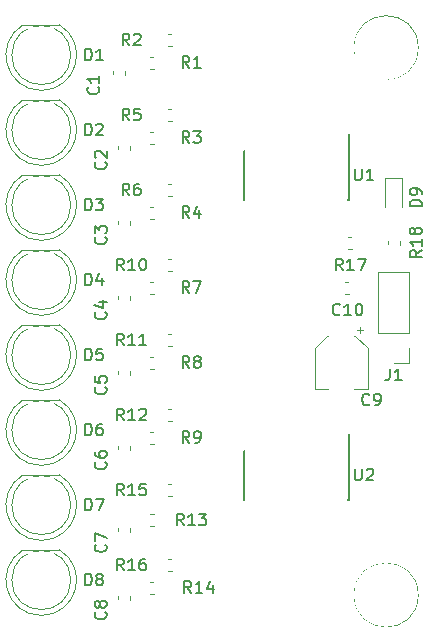
<source format=gto>
G04 #@! TF.GenerationSoftware,KiCad,Pcbnew,(6.0.0-rc1-dev)*
G04 #@! TF.CreationDate,2018-08-10T19:43:38+02:00*
G04 #@! TF.ProjectId,receiver,72656365697665722E6B696361645F70,rev?*
G04 #@! TF.SameCoordinates,PX6ed25c8PY45a45e8*
G04 #@! TF.FileFunction,Legend,Top*
G04 #@! TF.FilePolarity,Positive*
%FSLAX46Y46*%
G04 Gerber Fmt 4.6, Leading zero omitted, Abs format (unit mm)*
G04 Created by KiCad (PCBNEW (6.0.0-rc1-dev)) date Fri Aug 10 19:43:38 2018*
%MOMM*%
%LPD*%
G01*
G04 APERTURE LIST*
%ADD10C,0.120000*%
%ADD11C,0.150000*%
%ADD12C,0.200000*%
%ADD13C,5.400000*%
%ADD14R,2.000000X3.000000*%
%ADD15C,0.100000*%
%ADD16C,1.350000*%
%ADD17R,2.100000X2.100000*%
%ADD18O,2.100000X2.100000*%
%ADD19C,2.200000*%
%ADD20R,2.200000X2.200000*%
%ADD21R,1.000000X1.900000*%
G04 APERTURE END LIST*
D10*
G04 #@! TO.C,REF\002A\002A*
X35085000Y-50165000D02*
G75*
G03X35085000Y-50165000I-2700000J0D01*
G01*
G04 #@! TO.C,C9*
X26315000Y-32740000D02*
X27515000Y-32740000D01*
X30835000Y-32740000D02*
X29635000Y-32740000D01*
X30835000Y-29284437D02*
X30835000Y-32740000D01*
X26315000Y-29284437D02*
X26315000Y-32740000D01*
X27379437Y-28220000D02*
X27515000Y-28220000D01*
X29770563Y-28220000D02*
X29635000Y-28220000D01*
X29770563Y-28220000D02*
X30835000Y-29284437D01*
X27379437Y-28220000D02*
X26315000Y-29284437D01*
X30135000Y-27480000D02*
X30135000Y-27980000D01*
X30385000Y-27730000D02*
X29885000Y-27730000D01*
G04 #@! TO.C,C10*
X29266267Y-24640000D02*
X28923733Y-24640000D01*
X29266267Y-23620000D02*
X28923733Y-23620000D01*
G04 #@! TO.C,C8*
X9650000Y-50233733D02*
X9650000Y-50576267D01*
X10670000Y-50233733D02*
X10670000Y-50576267D01*
G04 #@! TO.C,C7*
X10670000Y-44518733D02*
X10670000Y-44861267D01*
X9650000Y-44518733D02*
X9650000Y-44861267D01*
G04 #@! TO.C,C6*
X9650000Y-37533733D02*
X9650000Y-37876267D01*
X10670000Y-37533733D02*
X10670000Y-37876267D01*
G04 #@! TO.C,C5*
X10670000Y-31183733D02*
X10670000Y-31526267D01*
X9650000Y-31183733D02*
X9650000Y-31526267D01*
G04 #@! TO.C,C4*
X9650000Y-24833733D02*
X9650000Y-25176267D01*
X10670000Y-24833733D02*
X10670000Y-25176267D01*
G04 #@! TO.C,C3*
X10670000Y-18483733D02*
X10670000Y-18826267D01*
X9650000Y-18483733D02*
X9650000Y-18826267D01*
G04 #@! TO.C,C2*
X9650000Y-12133733D02*
X9650000Y-12476267D01*
X10670000Y-12133733D02*
X10670000Y-12476267D01*
G04 #@! TO.C,C1*
X10275000Y-5783733D02*
X10275000Y-6126267D01*
X9255000Y-5783733D02*
X9255000Y-6126267D01*
G04 #@! TO.C,J1*
X34350000Y-22800000D02*
X31690000Y-22800000D01*
X34350000Y-27940000D02*
X34350000Y-22800000D01*
X31690000Y-27940000D02*
X31690000Y-22800000D01*
X34350000Y-27940000D02*
X31690000Y-27940000D01*
X34350000Y-29210000D02*
X34350000Y-30540000D01*
X34350000Y-30540000D02*
X33020000Y-30540000D01*
G04 #@! TO.C,D9*
X33755000Y-17310000D02*
X33755000Y-14850000D01*
X33755000Y-14850000D02*
X32285000Y-14850000D01*
X32285000Y-14850000D02*
X32285000Y-17310000D01*
G04 #@! TO.C,D7*
X4720000Y-39985000D02*
X1630000Y-39985000D01*
X5675000Y-42545000D02*
G75*
G03X5675000Y-42545000I-2500000J0D01*
G01*
X3175462Y-45535000D02*
G75*
G02X1630170Y-39985000I-462J2990000D01*
G01*
X3174538Y-45535000D02*
G75*
G03X4719830Y-39985000I462J2990000D01*
G01*
G04 #@! TO.C,D6*
X3174538Y-39185000D02*
G75*
G03X4719830Y-33635000I462J2990000D01*
G01*
X3175462Y-39185000D02*
G75*
G02X1630170Y-33635000I-462J2990000D01*
G01*
X5675000Y-36195000D02*
G75*
G03X5675000Y-36195000I-2500000J0D01*
G01*
X4720000Y-33635000D02*
X1630000Y-33635000D01*
G04 #@! TO.C,D5*
X4720000Y-27285000D02*
X1630000Y-27285000D01*
X5675000Y-29845000D02*
G75*
G03X5675000Y-29845000I-2500000J0D01*
G01*
X3175462Y-32835000D02*
G75*
G02X1630170Y-27285000I-462J2990000D01*
G01*
X3174538Y-32835000D02*
G75*
G03X4719830Y-27285000I462J2990000D01*
G01*
G04 #@! TO.C,D4*
X3174538Y-26485000D02*
G75*
G03X4719830Y-20935000I462J2990000D01*
G01*
X3175462Y-26485000D02*
G75*
G02X1630170Y-20935000I-462J2990000D01*
G01*
X5675000Y-23495000D02*
G75*
G03X5675000Y-23495000I-2500000J0D01*
G01*
X4720000Y-20935000D02*
X1630000Y-20935000D01*
G04 #@! TO.C,D3*
X4720000Y-14585000D02*
X1630000Y-14585000D01*
X5675000Y-17145000D02*
G75*
G03X5675000Y-17145000I-2500000J0D01*
G01*
X3175462Y-20135000D02*
G75*
G02X1630170Y-14585000I-462J2990000D01*
G01*
X3174538Y-20135000D02*
G75*
G03X4719830Y-14585000I462J2990000D01*
G01*
G04 #@! TO.C,D2*
X3174538Y-13785000D02*
G75*
G03X4719830Y-8235000I462J2990000D01*
G01*
X3175462Y-13785000D02*
G75*
G02X1630170Y-8235000I-462J2990000D01*
G01*
X5675000Y-10795000D02*
G75*
G03X5675000Y-10795000I-2500000J0D01*
G01*
X4720000Y-8235000D02*
X1630000Y-8235000D01*
G04 #@! TO.C,D1*
X4720000Y-1885000D02*
X1630000Y-1885000D01*
X5675000Y-4445000D02*
G75*
G03X5675000Y-4445000I-2500000J0D01*
G01*
X3175462Y-7435000D02*
G75*
G02X1630170Y-1885000I-462J2990000D01*
G01*
X3174538Y-7435000D02*
G75*
G03X4719830Y-1885000I462J2990000D01*
G01*
G04 #@! TO.C,D8*
X3174538Y-51885000D02*
G75*
G03X4719830Y-46335000I462J2990000D01*
G01*
X3175462Y-51885000D02*
G75*
G02X1630170Y-46335000I-462J2990000D01*
G01*
X5675000Y-48895000D02*
G75*
G03X5675000Y-48895000I-2500000J0D01*
G01*
X4720000Y-46335000D02*
X1630000Y-46335000D01*
D11*
G04 #@! TO.C,U1*
X29190000Y-12530000D02*
X29190000Y-11155000D01*
X20315000Y-12530000D02*
X20315000Y-16680000D01*
X29215000Y-12530000D02*
X29215000Y-16680000D01*
X20315000Y-12530000D02*
X20430000Y-12530000D01*
X20315000Y-16680000D02*
X20430000Y-16680000D01*
X29215000Y-16680000D02*
X29100000Y-16680000D01*
X29215000Y-12530000D02*
X29190000Y-12530000D01*
G04 #@! TO.C,U2*
X29215000Y-37930000D02*
X29190000Y-37930000D01*
X29215000Y-42080000D02*
X29100000Y-42080000D01*
X20315000Y-42080000D02*
X20430000Y-42080000D01*
X20315000Y-37930000D02*
X20430000Y-37930000D01*
X29215000Y-37930000D02*
X29215000Y-42080000D01*
X20315000Y-37930000D02*
X20315000Y-42080000D01*
X29190000Y-37930000D02*
X29190000Y-36555000D01*
D10*
G04 #@! TO.C,R2*
X12413733Y-5590000D02*
X12756267Y-5590000D01*
X12413733Y-4570000D02*
X12756267Y-4570000D01*
G04 #@! TO.C,R3*
X14256267Y-10035000D02*
X13913733Y-10035000D01*
X14256267Y-9015000D02*
X13913733Y-9015000D01*
G04 #@! TO.C,R4*
X14256267Y-15365000D02*
X13913733Y-15365000D01*
X14256267Y-16385000D02*
X13913733Y-16385000D01*
G04 #@! TO.C,R5*
X12413733Y-10920000D02*
X12756267Y-10920000D01*
X12413733Y-11940000D02*
X12756267Y-11940000D01*
G04 #@! TO.C,R6*
X12413733Y-18290000D02*
X12756267Y-18290000D01*
X12413733Y-17270000D02*
X12756267Y-17270000D01*
G04 #@! TO.C,R7*
X14256267Y-22735000D02*
X13913733Y-22735000D01*
X14256267Y-21715000D02*
X13913733Y-21715000D01*
G04 #@! TO.C,R8*
X14256267Y-28065000D02*
X13913733Y-28065000D01*
X14256267Y-29085000D02*
X13913733Y-29085000D01*
G04 #@! TO.C,R9*
X14256267Y-35435000D02*
X13913733Y-35435000D01*
X14256267Y-34415000D02*
X13913733Y-34415000D01*
G04 #@! TO.C,R11*
X12413733Y-30990000D02*
X12756267Y-30990000D01*
X12413733Y-29970000D02*
X12756267Y-29970000D01*
G04 #@! TO.C,R12*
X12413733Y-36320000D02*
X12756267Y-36320000D01*
X12413733Y-37340000D02*
X12756267Y-37340000D01*
G04 #@! TO.C,R13*
X14256267Y-40765000D02*
X13913733Y-40765000D01*
X14256267Y-41785000D02*
X13913733Y-41785000D01*
G04 #@! TO.C,R14*
X14256267Y-48135000D02*
X13913733Y-48135000D01*
X14256267Y-47115000D02*
X13913733Y-47115000D01*
G04 #@! TO.C,R15*
X12413733Y-44325000D02*
X12756267Y-44325000D01*
X12413733Y-43305000D02*
X12756267Y-43305000D01*
G04 #@! TO.C,R16*
X12413733Y-49020000D02*
X12756267Y-49020000D01*
X12413733Y-50040000D02*
X12756267Y-50040000D01*
G04 #@! TO.C,R17*
X29496267Y-19810000D02*
X29153733Y-19810000D01*
X29496267Y-20830000D02*
X29153733Y-20830000D01*
G04 #@! TO.C,R18*
X32510000Y-20491267D02*
X32510000Y-20148733D01*
X33530000Y-20491267D02*
X33530000Y-20148733D01*
G04 #@! TO.C,R10*
X12413733Y-24640000D02*
X12756267Y-24640000D01*
X12413733Y-23620000D02*
X12756267Y-23620000D01*
G04 #@! TO.C,R1*
X14256267Y-3685000D02*
X13913733Y-3685000D01*
X14256267Y-2665000D02*
X13913733Y-2665000D01*
G04 #@! TO.C,REF\002A\002A*
X35085000Y-3810000D02*
G75*
G03X35085000Y-3810000I-2700000J0D01*
G01*
G04 #@! TO.C,C9*
D12*
X30948333Y-34012142D02*
X30900714Y-34059761D01*
X30757857Y-34107380D01*
X30662619Y-34107380D01*
X30519761Y-34059761D01*
X30424523Y-33964523D01*
X30376904Y-33869285D01*
X30329285Y-33678809D01*
X30329285Y-33535952D01*
X30376904Y-33345476D01*
X30424523Y-33250238D01*
X30519761Y-33155000D01*
X30662619Y-33107380D01*
X30757857Y-33107380D01*
X30900714Y-33155000D01*
X30948333Y-33202619D01*
X31424523Y-34107380D02*
X31615000Y-34107380D01*
X31710238Y-34059761D01*
X31757857Y-34012142D01*
X31853095Y-33869285D01*
X31900714Y-33678809D01*
X31900714Y-33297857D01*
X31853095Y-33202619D01*
X31805476Y-33155000D01*
X31710238Y-33107380D01*
X31519761Y-33107380D01*
X31424523Y-33155000D01*
X31376904Y-33202619D01*
X31329285Y-33297857D01*
X31329285Y-33535952D01*
X31376904Y-33631190D01*
X31424523Y-33678809D01*
X31519761Y-33726428D01*
X31710238Y-33726428D01*
X31805476Y-33678809D01*
X31853095Y-33631190D01*
X31900714Y-33535952D01*
G04 #@! TO.C,C10*
X28452142Y-26392142D02*
X28404523Y-26439761D01*
X28261666Y-26487380D01*
X28166428Y-26487380D01*
X28023571Y-26439761D01*
X27928333Y-26344523D01*
X27880714Y-26249285D01*
X27833095Y-26058809D01*
X27833095Y-25915952D01*
X27880714Y-25725476D01*
X27928333Y-25630238D01*
X28023571Y-25535000D01*
X28166428Y-25487380D01*
X28261666Y-25487380D01*
X28404523Y-25535000D01*
X28452142Y-25582619D01*
X29404523Y-26487380D02*
X28833095Y-26487380D01*
X29118809Y-26487380D02*
X29118809Y-25487380D01*
X29023571Y-25630238D01*
X28928333Y-25725476D01*
X28833095Y-25773095D01*
X30023571Y-25487380D02*
X30118809Y-25487380D01*
X30214047Y-25535000D01*
X30261666Y-25582619D01*
X30309285Y-25677857D01*
X30356904Y-25868333D01*
X30356904Y-26106428D01*
X30309285Y-26296904D01*
X30261666Y-26392142D01*
X30214047Y-26439761D01*
X30118809Y-26487380D01*
X30023571Y-26487380D01*
X29928333Y-26439761D01*
X29880714Y-26392142D01*
X29833095Y-26296904D01*
X29785476Y-26106428D01*
X29785476Y-25868333D01*
X29833095Y-25677857D01*
X29880714Y-25582619D01*
X29928333Y-25535000D01*
X30023571Y-25487380D01*
G04 #@! TO.C,C8*
X8612142Y-51601666D02*
X8659761Y-51649285D01*
X8707380Y-51792142D01*
X8707380Y-51887380D01*
X8659761Y-52030238D01*
X8564523Y-52125476D01*
X8469285Y-52173095D01*
X8278809Y-52220714D01*
X8135952Y-52220714D01*
X7945476Y-52173095D01*
X7850238Y-52125476D01*
X7755000Y-52030238D01*
X7707380Y-51887380D01*
X7707380Y-51792142D01*
X7755000Y-51649285D01*
X7802619Y-51601666D01*
X8135952Y-51030238D02*
X8088333Y-51125476D01*
X8040714Y-51173095D01*
X7945476Y-51220714D01*
X7897857Y-51220714D01*
X7802619Y-51173095D01*
X7755000Y-51125476D01*
X7707380Y-51030238D01*
X7707380Y-50839761D01*
X7755000Y-50744523D01*
X7802619Y-50696904D01*
X7897857Y-50649285D01*
X7945476Y-50649285D01*
X8040714Y-50696904D01*
X8088333Y-50744523D01*
X8135952Y-50839761D01*
X8135952Y-51030238D01*
X8183571Y-51125476D01*
X8231190Y-51173095D01*
X8326428Y-51220714D01*
X8516904Y-51220714D01*
X8612142Y-51173095D01*
X8659761Y-51125476D01*
X8707380Y-51030238D01*
X8707380Y-50839761D01*
X8659761Y-50744523D01*
X8612142Y-50696904D01*
X8516904Y-50649285D01*
X8326428Y-50649285D01*
X8231190Y-50696904D01*
X8183571Y-50744523D01*
X8135952Y-50839761D01*
G04 #@! TO.C,C7*
X8612142Y-45886666D02*
X8659761Y-45934285D01*
X8707380Y-46077142D01*
X8707380Y-46172380D01*
X8659761Y-46315238D01*
X8564523Y-46410476D01*
X8469285Y-46458095D01*
X8278809Y-46505714D01*
X8135952Y-46505714D01*
X7945476Y-46458095D01*
X7850238Y-46410476D01*
X7755000Y-46315238D01*
X7707380Y-46172380D01*
X7707380Y-46077142D01*
X7755000Y-45934285D01*
X7802619Y-45886666D01*
X7707380Y-45553333D02*
X7707380Y-44886666D01*
X8707380Y-45315238D01*
G04 #@! TO.C,C6*
X8612142Y-38901666D02*
X8659761Y-38949285D01*
X8707380Y-39092142D01*
X8707380Y-39187380D01*
X8659761Y-39330238D01*
X8564523Y-39425476D01*
X8469285Y-39473095D01*
X8278809Y-39520714D01*
X8135952Y-39520714D01*
X7945476Y-39473095D01*
X7850238Y-39425476D01*
X7755000Y-39330238D01*
X7707380Y-39187380D01*
X7707380Y-39092142D01*
X7755000Y-38949285D01*
X7802619Y-38901666D01*
X7707380Y-38044523D02*
X7707380Y-38235000D01*
X7755000Y-38330238D01*
X7802619Y-38377857D01*
X7945476Y-38473095D01*
X8135952Y-38520714D01*
X8516904Y-38520714D01*
X8612142Y-38473095D01*
X8659761Y-38425476D01*
X8707380Y-38330238D01*
X8707380Y-38139761D01*
X8659761Y-38044523D01*
X8612142Y-37996904D01*
X8516904Y-37949285D01*
X8278809Y-37949285D01*
X8183571Y-37996904D01*
X8135952Y-38044523D01*
X8088333Y-38139761D01*
X8088333Y-38330238D01*
X8135952Y-38425476D01*
X8183571Y-38473095D01*
X8278809Y-38520714D01*
G04 #@! TO.C,C5*
X8612142Y-32551666D02*
X8659761Y-32599285D01*
X8707380Y-32742142D01*
X8707380Y-32837380D01*
X8659761Y-32980238D01*
X8564523Y-33075476D01*
X8469285Y-33123095D01*
X8278809Y-33170714D01*
X8135952Y-33170714D01*
X7945476Y-33123095D01*
X7850238Y-33075476D01*
X7755000Y-32980238D01*
X7707380Y-32837380D01*
X7707380Y-32742142D01*
X7755000Y-32599285D01*
X7802619Y-32551666D01*
X7707380Y-31646904D02*
X7707380Y-32123095D01*
X8183571Y-32170714D01*
X8135952Y-32123095D01*
X8088333Y-32027857D01*
X8088333Y-31789761D01*
X8135952Y-31694523D01*
X8183571Y-31646904D01*
X8278809Y-31599285D01*
X8516904Y-31599285D01*
X8612142Y-31646904D01*
X8659761Y-31694523D01*
X8707380Y-31789761D01*
X8707380Y-32027857D01*
X8659761Y-32123095D01*
X8612142Y-32170714D01*
G04 #@! TO.C,C4*
X8612142Y-26201666D02*
X8659761Y-26249285D01*
X8707380Y-26392142D01*
X8707380Y-26487380D01*
X8659761Y-26630238D01*
X8564523Y-26725476D01*
X8469285Y-26773095D01*
X8278809Y-26820714D01*
X8135952Y-26820714D01*
X7945476Y-26773095D01*
X7850238Y-26725476D01*
X7755000Y-26630238D01*
X7707380Y-26487380D01*
X7707380Y-26392142D01*
X7755000Y-26249285D01*
X7802619Y-26201666D01*
X8040714Y-25344523D02*
X8707380Y-25344523D01*
X7659761Y-25582619D02*
X8374047Y-25820714D01*
X8374047Y-25201666D01*
G04 #@! TO.C,C3*
X8612142Y-19851666D02*
X8659761Y-19899285D01*
X8707380Y-20042142D01*
X8707380Y-20137380D01*
X8659761Y-20280238D01*
X8564523Y-20375476D01*
X8469285Y-20423095D01*
X8278809Y-20470714D01*
X8135952Y-20470714D01*
X7945476Y-20423095D01*
X7850238Y-20375476D01*
X7755000Y-20280238D01*
X7707380Y-20137380D01*
X7707380Y-20042142D01*
X7755000Y-19899285D01*
X7802619Y-19851666D01*
X7707380Y-19518333D02*
X7707380Y-18899285D01*
X8088333Y-19232619D01*
X8088333Y-19089761D01*
X8135952Y-18994523D01*
X8183571Y-18946904D01*
X8278809Y-18899285D01*
X8516904Y-18899285D01*
X8612142Y-18946904D01*
X8659761Y-18994523D01*
X8707380Y-19089761D01*
X8707380Y-19375476D01*
X8659761Y-19470714D01*
X8612142Y-19518333D01*
G04 #@! TO.C,C2*
X8612142Y-13501666D02*
X8659761Y-13549285D01*
X8707380Y-13692142D01*
X8707380Y-13787380D01*
X8659761Y-13930238D01*
X8564523Y-14025476D01*
X8469285Y-14073095D01*
X8278809Y-14120714D01*
X8135952Y-14120714D01*
X7945476Y-14073095D01*
X7850238Y-14025476D01*
X7755000Y-13930238D01*
X7707380Y-13787380D01*
X7707380Y-13692142D01*
X7755000Y-13549285D01*
X7802619Y-13501666D01*
X7802619Y-13120714D02*
X7755000Y-13073095D01*
X7707380Y-12977857D01*
X7707380Y-12739761D01*
X7755000Y-12644523D01*
X7802619Y-12596904D01*
X7897857Y-12549285D01*
X7993095Y-12549285D01*
X8135952Y-12596904D01*
X8707380Y-13168333D01*
X8707380Y-12549285D01*
G04 #@! TO.C,C1*
X7977142Y-7151666D02*
X8024761Y-7199285D01*
X8072380Y-7342142D01*
X8072380Y-7437380D01*
X8024761Y-7580238D01*
X7929523Y-7675476D01*
X7834285Y-7723095D01*
X7643809Y-7770714D01*
X7500952Y-7770714D01*
X7310476Y-7723095D01*
X7215238Y-7675476D01*
X7120000Y-7580238D01*
X7072380Y-7437380D01*
X7072380Y-7342142D01*
X7120000Y-7199285D01*
X7167619Y-7151666D01*
X8072380Y-6199285D02*
X8072380Y-6770714D01*
X8072380Y-6485000D02*
X7072380Y-6485000D01*
X7215238Y-6580238D01*
X7310476Y-6675476D01*
X7358095Y-6770714D01*
G04 #@! TO.C,J1*
X32686666Y-30992380D02*
X32686666Y-31706666D01*
X32639047Y-31849523D01*
X32543809Y-31944761D01*
X32400952Y-31992380D01*
X32305714Y-31992380D01*
X33686666Y-31992380D02*
X33115238Y-31992380D01*
X33400952Y-31992380D02*
X33400952Y-30992380D01*
X33305714Y-31135238D01*
X33210476Y-31230476D01*
X33115238Y-31278095D01*
G04 #@! TO.C,D9*
X35377380Y-17248095D02*
X34377380Y-17248095D01*
X34377380Y-17010000D01*
X34425000Y-16867142D01*
X34520238Y-16771904D01*
X34615476Y-16724285D01*
X34805952Y-16676666D01*
X34948809Y-16676666D01*
X35139285Y-16724285D01*
X35234523Y-16771904D01*
X35329761Y-16867142D01*
X35377380Y-17010000D01*
X35377380Y-17248095D01*
X35377380Y-16200476D02*
X35377380Y-16010000D01*
X35329761Y-15914761D01*
X35282142Y-15867142D01*
X35139285Y-15771904D01*
X34948809Y-15724285D01*
X34567857Y-15724285D01*
X34472619Y-15771904D01*
X34425000Y-15819523D01*
X34377380Y-15914761D01*
X34377380Y-16105238D01*
X34425000Y-16200476D01*
X34472619Y-16248095D01*
X34567857Y-16295714D01*
X34805952Y-16295714D01*
X34901190Y-16248095D01*
X34948809Y-16200476D01*
X34996428Y-16105238D01*
X34996428Y-15914761D01*
X34948809Y-15819523D01*
X34901190Y-15771904D01*
X34805952Y-15724285D01*
G04 #@! TO.C,D7*
X6881904Y-42997380D02*
X6881904Y-41997380D01*
X7120000Y-41997380D01*
X7262857Y-42045000D01*
X7358095Y-42140238D01*
X7405714Y-42235476D01*
X7453333Y-42425952D01*
X7453333Y-42568809D01*
X7405714Y-42759285D01*
X7358095Y-42854523D01*
X7262857Y-42949761D01*
X7120000Y-42997380D01*
X6881904Y-42997380D01*
X7786666Y-41997380D02*
X8453333Y-41997380D01*
X8024761Y-42997380D01*
G04 #@! TO.C,D6*
X6881904Y-36647380D02*
X6881904Y-35647380D01*
X7120000Y-35647380D01*
X7262857Y-35695000D01*
X7358095Y-35790238D01*
X7405714Y-35885476D01*
X7453333Y-36075952D01*
X7453333Y-36218809D01*
X7405714Y-36409285D01*
X7358095Y-36504523D01*
X7262857Y-36599761D01*
X7120000Y-36647380D01*
X6881904Y-36647380D01*
X8310476Y-35647380D02*
X8120000Y-35647380D01*
X8024761Y-35695000D01*
X7977142Y-35742619D01*
X7881904Y-35885476D01*
X7834285Y-36075952D01*
X7834285Y-36456904D01*
X7881904Y-36552142D01*
X7929523Y-36599761D01*
X8024761Y-36647380D01*
X8215238Y-36647380D01*
X8310476Y-36599761D01*
X8358095Y-36552142D01*
X8405714Y-36456904D01*
X8405714Y-36218809D01*
X8358095Y-36123571D01*
X8310476Y-36075952D01*
X8215238Y-36028333D01*
X8024761Y-36028333D01*
X7929523Y-36075952D01*
X7881904Y-36123571D01*
X7834285Y-36218809D01*
G04 #@! TO.C,D5*
X6881904Y-30297380D02*
X6881904Y-29297380D01*
X7120000Y-29297380D01*
X7262857Y-29345000D01*
X7358095Y-29440238D01*
X7405714Y-29535476D01*
X7453333Y-29725952D01*
X7453333Y-29868809D01*
X7405714Y-30059285D01*
X7358095Y-30154523D01*
X7262857Y-30249761D01*
X7120000Y-30297380D01*
X6881904Y-30297380D01*
X8358095Y-29297380D02*
X7881904Y-29297380D01*
X7834285Y-29773571D01*
X7881904Y-29725952D01*
X7977142Y-29678333D01*
X8215238Y-29678333D01*
X8310476Y-29725952D01*
X8358095Y-29773571D01*
X8405714Y-29868809D01*
X8405714Y-30106904D01*
X8358095Y-30202142D01*
X8310476Y-30249761D01*
X8215238Y-30297380D01*
X7977142Y-30297380D01*
X7881904Y-30249761D01*
X7834285Y-30202142D01*
G04 #@! TO.C,D4*
X6881904Y-23947380D02*
X6881904Y-22947380D01*
X7120000Y-22947380D01*
X7262857Y-22995000D01*
X7358095Y-23090238D01*
X7405714Y-23185476D01*
X7453333Y-23375952D01*
X7453333Y-23518809D01*
X7405714Y-23709285D01*
X7358095Y-23804523D01*
X7262857Y-23899761D01*
X7120000Y-23947380D01*
X6881904Y-23947380D01*
X8310476Y-23280714D02*
X8310476Y-23947380D01*
X8072380Y-22899761D02*
X7834285Y-23614047D01*
X8453333Y-23614047D01*
G04 #@! TO.C,D3*
X6881904Y-17597380D02*
X6881904Y-16597380D01*
X7120000Y-16597380D01*
X7262857Y-16645000D01*
X7358095Y-16740238D01*
X7405714Y-16835476D01*
X7453333Y-17025952D01*
X7453333Y-17168809D01*
X7405714Y-17359285D01*
X7358095Y-17454523D01*
X7262857Y-17549761D01*
X7120000Y-17597380D01*
X6881904Y-17597380D01*
X7786666Y-16597380D02*
X8405714Y-16597380D01*
X8072380Y-16978333D01*
X8215238Y-16978333D01*
X8310476Y-17025952D01*
X8358095Y-17073571D01*
X8405714Y-17168809D01*
X8405714Y-17406904D01*
X8358095Y-17502142D01*
X8310476Y-17549761D01*
X8215238Y-17597380D01*
X7929523Y-17597380D01*
X7834285Y-17549761D01*
X7786666Y-17502142D01*
G04 #@! TO.C,D2*
X6881904Y-11247380D02*
X6881904Y-10247380D01*
X7120000Y-10247380D01*
X7262857Y-10295000D01*
X7358095Y-10390238D01*
X7405714Y-10485476D01*
X7453333Y-10675952D01*
X7453333Y-10818809D01*
X7405714Y-11009285D01*
X7358095Y-11104523D01*
X7262857Y-11199761D01*
X7120000Y-11247380D01*
X6881904Y-11247380D01*
X7834285Y-10342619D02*
X7881904Y-10295000D01*
X7977142Y-10247380D01*
X8215238Y-10247380D01*
X8310476Y-10295000D01*
X8358095Y-10342619D01*
X8405714Y-10437857D01*
X8405714Y-10533095D01*
X8358095Y-10675952D01*
X7786666Y-11247380D01*
X8405714Y-11247380D01*
G04 #@! TO.C,D1*
X6881904Y-4897380D02*
X6881904Y-3897380D01*
X7120000Y-3897380D01*
X7262857Y-3945000D01*
X7358095Y-4040238D01*
X7405714Y-4135476D01*
X7453333Y-4325952D01*
X7453333Y-4468809D01*
X7405714Y-4659285D01*
X7358095Y-4754523D01*
X7262857Y-4849761D01*
X7120000Y-4897380D01*
X6881904Y-4897380D01*
X8405714Y-4897380D02*
X7834285Y-4897380D01*
X8120000Y-4897380D02*
X8120000Y-3897380D01*
X8024761Y-4040238D01*
X7929523Y-4135476D01*
X7834285Y-4183095D01*
G04 #@! TO.C,D8*
X6881904Y-49347380D02*
X6881904Y-48347380D01*
X7120000Y-48347380D01*
X7262857Y-48395000D01*
X7358095Y-48490238D01*
X7405714Y-48585476D01*
X7453333Y-48775952D01*
X7453333Y-48918809D01*
X7405714Y-49109285D01*
X7358095Y-49204523D01*
X7262857Y-49299761D01*
X7120000Y-49347380D01*
X6881904Y-49347380D01*
X8024761Y-48775952D02*
X7929523Y-48728333D01*
X7881904Y-48680714D01*
X7834285Y-48585476D01*
X7834285Y-48537857D01*
X7881904Y-48442619D01*
X7929523Y-48395000D01*
X8024761Y-48347380D01*
X8215238Y-48347380D01*
X8310476Y-48395000D01*
X8358095Y-48442619D01*
X8405714Y-48537857D01*
X8405714Y-48585476D01*
X8358095Y-48680714D01*
X8310476Y-48728333D01*
X8215238Y-48775952D01*
X8024761Y-48775952D01*
X7929523Y-48823571D01*
X7881904Y-48871190D01*
X7834285Y-48966428D01*
X7834285Y-49156904D01*
X7881904Y-49252142D01*
X7929523Y-49299761D01*
X8024761Y-49347380D01*
X8215238Y-49347380D01*
X8310476Y-49299761D01*
X8358095Y-49252142D01*
X8405714Y-49156904D01*
X8405714Y-48966428D01*
X8358095Y-48871190D01*
X8310476Y-48823571D01*
X8215238Y-48775952D01*
G04 #@! TO.C,U1*
X29718095Y-14057380D02*
X29718095Y-14866904D01*
X29765714Y-14962142D01*
X29813333Y-15009761D01*
X29908571Y-15057380D01*
X30099047Y-15057380D01*
X30194285Y-15009761D01*
X30241904Y-14962142D01*
X30289523Y-14866904D01*
X30289523Y-14057380D01*
X31289523Y-15057380D02*
X30718095Y-15057380D01*
X31003809Y-15057380D02*
X31003809Y-14057380D01*
X30908571Y-14200238D01*
X30813333Y-14295476D01*
X30718095Y-14343095D01*
G04 #@! TO.C,U2*
X29718095Y-39457380D02*
X29718095Y-40266904D01*
X29765714Y-40362142D01*
X29813333Y-40409761D01*
X29908571Y-40457380D01*
X30099047Y-40457380D01*
X30194285Y-40409761D01*
X30241904Y-40362142D01*
X30289523Y-40266904D01*
X30289523Y-39457380D01*
X30718095Y-39552619D02*
X30765714Y-39505000D01*
X30860952Y-39457380D01*
X31099047Y-39457380D01*
X31194285Y-39505000D01*
X31241904Y-39552619D01*
X31289523Y-39647857D01*
X31289523Y-39743095D01*
X31241904Y-39885952D01*
X30670476Y-40457380D01*
X31289523Y-40457380D01*
G04 #@! TO.C,R2*
X10628333Y-3627380D02*
X10295000Y-3151190D01*
X10056904Y-3627380D02*
X10056904Y-2627380D01*
X10437857Y-2627380D01*
X10533095Y-2675000D01*
X10580714Y-2722619D01*
X10628333Y-2817857D01*
X10628333Y-2960714D01*
X10580714Y-3055952D01*
X10533095Y-3103571D01*
X10437857Y-3151190D01*
X10056904Y-3151190D01*
X11009285Y-2722619D02*
X11056904Y-2675000D01*
X11152142Y-2627380D01*
X11390238Y-2627380D01*
X11485476Y-2675000D01*
X11533095Y-2722619D01*
X11580714Y-2817857D01*
X11580714Y-2913095D01*
X11533095Y-3055952D01*
X10961666Y-3627380D01*
X11580714Y-3627380D01*
G04 #@! TO.C,R3*
X15708333Y-11882380D02*
X15375000Y-11406190D01*
X15136904Y-11882380D02*
X15136904Y-10882380D01*
X15517857Y-10882380D01*
X15613095Y-10930000D01*
X15660714Y-10977619D01*
X15708333Y-11072857D01*
X15708333Y-11215714D01*
X15660714Y-11310952D01*
X15613095Y-11358571D01*
X15517857Y-11406190D01*
X15136904Y-11406190D01*
X16041666Y-10882380D02*
X16660714Y-10882380D01*
X16327380Y-11263333D01*
X16470238Y-11263333D01*
X16565476Y-11310952D01*
X16613095Y-11358571D01*
X16660714Y-11453809D01*
X16660714Y-11691904D01*
X16613095Y-11787142D01*
X16565476Y-11834761D01*
X16470238Y-11882380D01*
X16184523Y-11882380D01*
X16089285Y-11834761D01*
X16041666Y-11787142D01*
G04 #@! TO.C,R4*
X15708333Y-18232380D02*
X15375000Y-17756190D01*
X15136904Y-18232380D02*
X15136904Y-17232380D01*
X15517857Y-17232380D01*
X15613095Y-17280000D01*
X15660714Y-17327619D01*
X15708333Y-17422857D01*
X15708333Y-17565714D01*
X15660714Y-17660952D01*
X15613095Y-17708571D01*
X15517857Y-17756190D01*
X15136904Y-17756190D01*
X16565476Y-17565714D02*
X16565476Y-18232380D01*
X16327380Y-17184761D02*
X16089285Y-17899047D01*
X16708333Y-17899047D01*
G04 #@! TO.C,R5*
X10628333Y-9977380D02*
X10295000Y-9501190D01*
X10056904Y-9977380D02*
X10056904Y-8977380D01*
X10437857Y-8977380D01*
X10533095Y-9025000D01*
X10580714Y-9072619D01*
X10628333Y-9167857D01*
X10628333Y-9310714D01*
X10580714Y-9405952D01*
X10533095Y-9453571D01*
X10437857Y-9501190D01*
X10056904Y-9501190D01*
X11533095Y-8977380D02*
X11056904Y-8977380D01*
X11009285Y-9453571D01*
X11056904Y-9405952D01*
X11152142Y-9358333D01*
X11390238Y-9358333D01*
X11485476Y-9405952D01*
X11533095Y-9453571D01*
X11580714Y-9548809D01*
X11580714Y-9786904D01*
X11533095Y-9882142D01*
X11485476Y-9929761D01*
X11390238Y-9977380D01*
X11152142Y-9977380D01*
X11056904Y-9929761D01*
X11009285Y-9882142D01*
G04 #@! TO.C,R6*
X10628333Y-16327380D02*
X10295000Y-15851190D01*
X10056904Y-16327380D02*
X10056904Y-15327380D01*
X10437857Y-15327380D01*
X10533095Y-15375000D01*
X10580714Y-15422619D01*
X10628333Y-15517857D01*
X10628333Y-15660714D01*
X10580714Y-15755952D01*
X10533095Y-15803571D01*
X10437857Y-15851190D01*
X10056904Y-15851190D01*
X11485476Y-15327380D02*
X11295000Y-15327380D01*
X11199761Y-15375000D01*
X11152142Y-15422619D01*
X11056904Y-15565476D01*
X11009285Y-15755952D01*
X11009285Y-16136904D01*
X11056904Y-16232142D01*
X11104523Y-16279761D01*
X11199761Y-16327380D01*
X11390238Y-16327380D01*
X11485476Y-16279761D01*
X11533095Y-16232142D01*
X11580714Y-16136904D01*
X11580714Y-15898809D01*
X11533095Y-15803571D01*
X11485476Y-15755952D01*
X11390238Y-15708333D01*
X11199761Y-15708333D01*
X11104523Y-15755952D01*
X11056904Y-15803571D01*
X11009285Y-15898809D01*
G04 #@! TO.C,R7*
X15708333Y-24582380D02*
X15375000Y-24106190D01*
X15136904Y-24582380D02*
X15136904Y-23582380D01*
X15517857Y-23582380D01*
X15613095Y-23630000D01*
X15660714Y-23677619D01*
X15708333Y-23772857D01*
X15708333Y-23915714D01*
X15660714Y-24010952D01*
X15613095Y-24058571D01*
X15517857Y-24106190D01*
X15136904Y-24106190D01*
X16041666Y-23582380D02*
X16708333Y-23582380D01*
X16279761Y-24582380D01*
G04 #@! TO.C,R8*
X15708333Y-30932380D02*
X15375000Y-30456190D01*
X15136904Y-30932380D02*
X15136904Y-29932380D01*
X15517857Y-29932380D01*
X15613095Y-29980000D01*
X15660714Y-30027619D01*
X15708333Y-30122857D01*
X15708333Y-30265714D01*
X15660714Y-30360952D01*
X15613095Y-30408571D01*
X15517857Y-30456190D01*
X15136904Y-30456190D01*
X16279761Y-30360952D02*
X16184523Y-30313333D01*
X16136904Y-30265714D01*
X16089285Y-30170476D01*
X16089285Y-30122857D01*
X16136904Y-30027619D01*
X16184523Y-29980000D01*
X16279761Y-29932380D01*
X16470238Y-29932380D01*
X16565476Y-29980000D01*
X16613095Y-30027619D01*
X16660714Y-30122857D01*
X16660714Y-30170476D01*
X16613095Y-30265714D01*
X16565476Y-30313333D01*
X16470238Y-30360952D01*
X16279761Y-30360952D01*
X16184523Y-30408571D01*
X16136904Y-30456190D01*
X16089285Y-30551428D01*
X16089285Y-30741904D01*
X16136904Y-30837142D01*
X16184523Y-30884761D01*
X16279761Y-30932380D01*
X16470238Y-30932380D01*
X16565476Y-30884761D01*
X16613095Y-30837142D01*
X16660714Y-30741904D01*
X16660714Y-30551428D01*
X16613095Y-30456190D01*
X16565476Y-30408571D01*
X16470238Y-30360952D01*
G04 #@! TO.C,R9*
X15708333Y-37282380D02*
X15375000Y-36806190D01*
X15136904Y-37282380D02*
X15136904Y-36282380D01*
X15517857Y-36282380D01*
X15613095Y-36330000D01*
X15660714Y-36377619D01*
X15708333Y-36472857D01*
X15708333Y-36615714D01*
X15660714Y-36710952D01*
X15613095Y-36758571D01*
X15517857Y-36806190D01*
X15136904Y-36806190D01*
X16184523Y-37282380D02*
X16375000Y-37282380D01*
X16470238Y-37234761D01*
X16517857Y-37187142D01*
X16613095Y-37044285D01*
X16660714Y-36853809D01*
X16660714Y-36472857D01*
X16613095Y-36377619D01*
X16565476Y-36330000D01*
X16470238Y-36282380D01*
X16279761Y-36282380D01*
X16184523Y-36330000D01*
X16136904Y-36377619D01*
X16089285Y-36472857D01*
X16089285Y-36710952D01*
X16136904Y-36806190D01*
X16184523Y-36853809D01*
X16279761Y-36901428D01*
X16470238Y-36901428D01*
X16565476Y-36853809D01*
X16613095Y-36806190D01*
X16660714Y-36710952D01*
G04 #@! TO.C,R11*
X10152142Y-29027380D02*
X9818809Y-28551190D01*
X9580714Y-29027380D02*
X9580714Y-28027380D01*
X9961666Y-28027380D01*
X10056904Y-28075000D01*
X10104523Y-28122619D01*
X10152142Y-28217857D01*
X10152142Y-28360714D01*
X10104523Y-28455952D01*
X10056904Y-28503571D01*
X9961666Y-28551190D01*
X9580714Y-28551190D01*
X11104523Y-29027380D02*
X10533095Y-29027380D01*
X10818809Y-29027380D02*
X10818809Y-28027380D01*
X10723571Y-28170238D01*
X10628333Y-28265476D01*
X10533095Y-28313095D01*
X12056904Y-29027380D02*
X11485476Y-29027380D01*
X11771190Y-29027380D02*
X11771190Y-28027380D01*
X11675952Y-28170238D01*
X11580714Y-28265476D01*
X11485476Y-28313095D01*
G04 #@! TO.C,R12*
X10152142Y-35377380D02*
X9818809Y-34901190D01*
X9580714Y-35377380D02*
X9580714Y-34377380D01*
X9961666Y-34377380D01*
X10056904Y-34425000D01*
X10104523Y-34472619D01*
X10152142Y-34567857D01*
X10152142Y-34710714D01*
X10104523Y-34805952D01*
X10056904Y-34853571D01*
X9961666Y-34901190D01*
X9580714Y-34901190D01*
X11104523Y-35377380D02*
X10533095Y-35377380D01*
X10818809Y-35377380D02*
X10818809Y-34377380D01*
X10723571Y-34520238D01*
X10628333Y-34615476D01*
X10533095Y-34663095D01*
X11485476Y-34472619D02*
X11533095Y-34425000D01*
X11628333Y-34377380D01*
X11866428Y-34377380D01*
X11961666Y-34425000D01*
X12009285Y-34472619D01*
X12056904Y-34567857D01*
X12056904Y-34663095D01*
X12009285Y-34805952D01*
X11437857Y-35377380D01*
X12056904Y-35377380D01*
G04 #@! TO.C,R13*
X15232142Y-44267380D02*
X14898809Y-43791190D01*
X14660714Y-44267380D02*
X14660714Y-43267380D01*
X15041666Y-43267380D01*
X15136904Y-43315000D01*
X15184523Y-43362619D01*
X15232142Y-43457857D01*
X15232142Y-43600714D01*
X15184523Y-43695952D01*
X15136904Y-43743571D01*
X15041666Y-43791190D01*
X14660714Y-43791190D01*
X16184523Y-44267380D02*
X15613095Y-44267380D01*
X15898809Y-44267380D02*
X15898809Y-43267380D01*
X15803571Y-43410238D01*
X15708333Y-43505476D01*
X15613095Y-43553095D01*
X16517857Y-43267380D02*
X17136904Y-43267380D01*
X16803571Y-43648333D01*
X16946428Y-43648333D01*
X17041666Y-43695952D01*
X17089285Y-43743571D01*
X17136904Y-43838809D01*
X17136904Y-44076904D01*
X17089285Y-44172142D01*
X17041666Y-44219761D01*
X16946428Y-44267380D01*
X16660714Y-44267380D01*
X16565476Y-44219761D01*
X16517857Y-44172142D01*
G04 #@! TO.C,R14*
X15867142Y-49982380D02*
X15533809Y-49506190D01*
X15295714Y-49982380D02*
X15295714Y-48982380D01*
X15676666Y-48982380D01*
X15771904Y-49030000D01*
X15819523Y-49077619D01*
X15867142Y-49172857D01*
X15867142Y-49315714D01*
X15819523Y-49410952D01*
X15771904Y-49458571D01*
X15676666Y-49506190D01*
X15295714Y-49506190D01*
X16819523Y-49982380D02*
X16248095Y-49982380D01*
X16533809Y-49982380D02*
X16533809Y-48982380D01*
X16438571Y-49125238D01*
X16343333Y-49220476D01*
X16248095Y-49268095D01*
X17676666Y-49315714D02*
X17676666Y-49982380D01*
X17438571Y-48934761D02*
X17200476Y-49649047D01*
X17819523Y-49649047D01*
G04 #@! TO.C,R15*
X10152142Y-41727380D02*
X9818809Y-41251190D01*
X9580714Y-41727380D02*
X9580714Y-40727380D01*
X9961666Y-40727380D01*
X10056904Y-40775000D01*
X10104523Y-40822619D01*
X10152142Y-40917857D01*
X10152142Y-41060714D01*
X10104523Y-41155952D01*
X10056904Y-41203571D01*
X9961666Y-41251190D01*
X9580714Y-41251190D01*
X11104523Y-41727380D02*
X10533095Y-41727380D01*
X10818809Y-41727380D02*
X10818809Y-40727380D01*
X10723571Y-40870238D01*
X10628333Y-40965476D01*
X10533095Y-41013095D01*
X12009285Y-40727380D02*
X11533095Y-40727380D01*
X11485476Y-41203571D01*
X11533095Y-41155952D01*
X11628333Y-41108333D01*
X11866428Y-41108333D01*
X11961666Y-41155952D01*
X12009285Y-41203571D01*
X12056904Y-41298809D01*
X12056904Y-41536904D01*
X12009285Y-41632142D01*
X11961666Y-41679761D01*
X11866428Y-41727380D01*
X11628333Y-41727380D01*
X11533095Y-41679761D01*
X11485476Y-41632142D01*
G04 #@! TO.C,R16*
X10152142Y-48077380D02*
X9818809Y-47601190D01*
X9580714Y-48077380D02*
X9580714Y-47077380D01*
X9961666Y-47077380D01*
X10056904Y-47125000D01*
X10104523Y-47172619D01*
X10152142Y-47267857D01*
X10152142Y-47410714D01*
X10104523Y-47505952D01*
X10056904Y-47553571D01*
X9961666Y-47601190D01*
X9580714Y-47601190D01*
X11104523Y-48077380D02*
X10533095Y-48077380D01*
X10818809Y-48077380D02*
X10818809Y-47077380D01*
X10723571Y-47220238D01*
X10628333Y-47315476D01*
X10533095Y-47363095D01*
X11961666Y-47077380D02*
X11771190Y-47077380D01*
X11675952Y-47125000D01*
X11628333Y-47172619D01*
X11533095Y-47315476D01*
X11485476Y-47505952D01*
X11485476Y-47886904D01*
X11533095Y-47982142D01*
X11580714Y-48029761D01*
X11675952Y-48077380D01*
X11866428Y-48077380D01*
X11961666Y-48029761D01*
X12009285Y-47982142D01*
X12056904Y-47886904D01*
X12056904Y-47648809D01*
X12009285Y-47553571D01*
X11961666Y-47505952D01*
X11866428Y-47458333D01*
X11675952Y-47458333D01*
X11580714Y-47505952D01*
X11533095Y-47553571D01*
X11485476Y-47648809D01*
G04 #@! TO.C,R17*
X28682142Y-22677380D02*
X28348809Y-22201190D01*
X28110714Y-22677380D02*
X28110714Y-21677380D01*
X28491666Y-21677380D01*
X28586904Y-21725000D01*
X28634523Y-21772619D01*
X28682142Y-21867857D01*
X28682142Y-22010714D01*
X28634523Y-22105952D01*
X28586904Y-22153571D01*
X28491666Y-22201190D01*
X28110714Y-22201190D01*
X29634523Y-22677380D02*
X29063095Y-22677380D01*
X29348809Y-22677380D02*
X29348809Y-21677380D01*
X29253571Y-21820238D01*
X29158333Y-21915476D01*
X29063095Y-21963095D01*
X29967857Y-21677380D02*
X30634523Y-21677380D01*
X30205952Y-22677380D01*
G04 #@! TO.C,R18*
X35377380Y-20962857D02*
X34901190Y-21296190D01*
X35377380Y-21534285D02*
X34377380Y-21534285D01*
X34377380Y-21153333D01*
X34425000Y-21058095D01*
X34472619Y-21010476D01*
X34567857Y-20962857D01*
X34710714Y-20962857D01*
X34805952Y-21010476D01*
X34853571Y-21058095D01*
X34901190Y-21153333D01*
X34901190Y-21534285D01*
X35377380Y-20010476D02*
X35377380Y-20581904D01*
X35377380Y-20296190D02*
X34377380Y-20296190D01*
X34520238Y-20391428D01*
X34615476Y-20486666D01*
X34663095Y-20581904D01*
X34805952Y-19439047D02*
X34758333Y-19534285D01*
X34710714Y-19581904D01*
X34615476Y-19629523D01*
X34567857Y-19629523D01*
X34472619Y-19581904D01*
X34425000Y-19534285D01*
X34377380Y-19439047D01*
X34377380Y-19248571D01*
X34425000Y-19153333D01*
X34472619Y-19105714D01*
X34567857Y-19058095D01*
X34615476Y-19058095D01*
X34710714Y-19105714D01*
X34758333Y-19153333D01*
X34805952Y-19248571D01*
X34805952Y-19439047D01*
X34853571Y-19534285D01*
X34901190Y-19581904D01*
X34996428Y-19629523D01*
X35186904Y-19629523D01*
X35282142Y-19581904D01*
X35329761Y-19534285D01*
X35377380Y-19439047D01*
X35377380Y-19248571D01*
X35329761Y-19153333D01*
X35282142Y-19105714D01*
X35186904Y-19058095D01*
X34996428Y-19058095D01*
X34901190Y-19105714D01*
X34853571Y-19153333D01*
X34805952Y-19248571D01*
G04 #@! TO.C,R10*
X10152142Y-22677380D02*
X9818809Y-22201190D01*
X9580714Y-22677380D02*
X9580714Y-21677380D01*
X9961666Y-21677380D01*
X10056904Y-21725000D01*
X10104523Y-21772619D01*
X10152142Y-21867857D01*
X10152142Y-22010714D01*
X10104523Y-22105952D01*
X10056904Y-22153571D01*
X9961666Y-22201190D01*
X9580714Y-22201190D01*
X11104523Y-22677380D02*
X10533095Y-22677380D01*
X10818809Y-22677380D02*
X10818809Y-21677380D01*
X10723571Y-21820238D01*
X10628333Y-21915476D01*
X10533095Y-21963095D01*
X11723571Y-21677380D02*
X11818809Y-21677380D01*
X11914047Y-21725000D01*
X11961666Y-21772619D01*
X12009285Y-21867857D01*
X12056904Y-22058333D01*
X12056904Y-22296428D01*
X12009285Y-22486904D01*
X11961666Y-22582142D01*
X11914047Y-22629761D01*
X11818809Y-22677380D01*
X11723571Y-22677380D01*
X11628333Y-22629761D01*
X11580714Y-22582142D01*
X11533095Y-22486904D01*
X11485476Y-22296428D01*
X11485476Y-22058333D01*
X11533095Y-21867857D01*
X11580714Y-21772619D01*
X11628333Y-21725000D01*
X11723571Y-21677380D01*
G04 #@! TO.C,R1*
X15708333Y-5532380D02*
X15375000Y-5056190D01*
X15136904Y-5532380D02*
X15136904Y-4532380D01*
X15517857Y-4532380D01*
X15613095Y-4580000D01*
X15660714Y-4627619D01*
X15708333Y-4722857D01*
X15708333Y-4865714D01*
X15660714Y-4960952D01*
X15613095Y-5008571D01*
X15517857Y-5056190D01*
X15136904Y-5056190D01*
X16660714Y-5532380D02*
X16089285Y-5532380D01*
X16375000Y-5532380D02*
X16375000Y-4532380D01*
X16279761Y-4675238D01*
X16184523Y-4770476D01*
X16089285Y-4818095D01*
G04 #@! TD*
%LPC*%
D13*
G04 #@! TO.C,REF\002A\002A*
X32385000Y-50165000D03*
G04 #@! TD*
D14*
G04 #@! TO.C,C9*
X28575000Y-28680000D03*
X28575000Y-32280000D03*
G04 #@! TD*
D15*
G04 #@! TO.C,C10*
G36*
X30390581Y-23456625D02*
X30423343Y-23461485D01*
X30455471Y-23469533D01*
X30486656Y-23480691D01*
X30516596Y-23494852D01*
X30545005Y-23511879D01*
X30571608Y-23531609D01*
X30596149Y-23553851D01*
X30618391Y-23578392D01*
X30638121Y-23604995D01*
X30655148Y-23633404D01*
X30669309Y-23663344D01*
X30680467Y-23694529D01*
X30688515Y-23726657D01*
X30693375Y-23759419D01*
X30695000Y-23792500D01*
X30695000Y-24467500D01*
X30693375Y-24500581D01*
X30688515Y-24533343D01*
X30680467Y-24565471D01*
X30669309Y-24596656D01*
X30655148Y-24626596D01*
X30638121Y-24655005D01*
X30618391Y-24681608D01*
X30596149Y-24706149D01*
X30571608Y-24728391D01*
X30545005Y-24748121D01*
X30516596Y-24765148D01*
X30486656Y-24779309D01*
X30455471Y-24790467D01*
X30423343Y-24798515D01*
X30390581Y-24803375D01*
X30357500Y-24805000D01*
X29582500Y-24805000D01*
X29549419Y-24803375D01*
X29516657Y-24798515D01*
X29484529Y-24790467D01*
X29453344Y-24779309D01*
X29423404Y-24765148D01*
X29394995Y-24748121D01*
X29368392Y-24728391D01*
X29343851Y-24706149D01*
X29321609Y-24681608D01*
X29301879Y-24655005D01*
X29284852Y-24626596D01*
X29270691Y-24596656D01*
X29259533Y-24565471D01*
X29251485Y-24533343D01*
X29246625Y-24500581D01*
X29245000Y-24467500D01*
X29245000Y-23792500D01*
X29246625Y-23759419D01*
X29251485Y-23726657D01*
X29259533Y-23694529D01*
X29270691Y-23663344D01*
X29284852Y-23633404D01*
X29301879Y-23604995D01*
X29321609Y-23578392D01*
X29343851Y-23553851D01*
X29368392Y-23531609D01*
X29394995Y-23511879D01*
X29423404Y-23494852D01*
X29453344Y-23480691D01*
X29484529Y-23469533D01*
X29516657Y-23461485D01*
X29549419Y-23456625D01*
X29582500Y-23455000D01*
X30357500Y-23455000D01*
X30390581Y-23456625D01*
X30390581Y-23456625D01*
G37*
D16*
X29970000Y-24130000D03*
D15*
G36*
X28640581Y-23456625D02*
X28673343Y-23461485D01*
X28705471Y-23469533D01*
X28736656Y-23480691D01*
X28766596Y-23494852D01*
X28795005Y-23511879D01*
X28821608Y-23531609D01*
X28846149Y-23553851D01*
X28868391Y-23578392D01*
X28888121Y-23604995D01*
X28905148Y-23633404D01*
X28919309Y-23663344D01*
X28930467Y-23694529D01*
X28938515Y-23726657D01*
X28943375Y-23759419D01*
X28945000Y-23792500D01*
X28945000Y-24467500D01*
X28943375Y-24500581D01*
X28938515Y-24533343D01*
X28930467Y-24565471D01*
X28919309Y-24596656D01*
X28905148Y-24626596D01*
X28888121Y-24655005D01*
X28868391Y-24681608D01*
X28846149Y-24706149D01*
X28821608Y-24728391D01*
X28795005Y-24748121D01*
X28766596Y-24765148D01*
X28736656Y-24779309D01*
X28705471Y-24790467D01*
X28673343Y-24798515D01*
X28640581Y-24803375D01*
X28607500Y-24805000D01*
X27832500Y-24805000D01*
X27799419Y-24803375D01*
X27766657Y-24798515D01*
X27734529Y-24790467D01*
X27703344Y-24779309D01*
X27673404Y-24765148D01*
X27644995Y-24748121D01*
X27618392Y-24728391D01*
X27593851Y-24706149D01*
X27571609Y-24681608D01*
X27551879Y-24655005D01*
X27534852Y-24626596D01*
X27520691Y-24596656D01*
X27509533Y-24565471D01*
X27501485Y-24533343D01*
X27496625Y-24500581D01*
X27495000Y-24467500D01*
X27495000Y-23792500D01*
X27496625Y-23759419D01*
X27501485Y-23726657D01*
X27509533Y-23694529D01*
X27520691Y-23663344D01*
X27534852Y-23633404D01*
X27551879Y-23604995D01*
X27571609Y-23578392D01*
X27593851Y-23553851D01*
X27618392Y-23531609D01*
X27644995Y-23511879D01*
X27673404Y-23494852D01*
X27703344Y-23480691D01*
X27734529Y-23469533D01*
X27766657Y-23461485D01*
X27799419Y-23456625D01*
X27832500Y-23455000D01*
X28607500Y-23455000D01*
X28640581Y-23456625D01*
X28640581Y-23456625D01*
G37*
D16*
X28220000Y-24130000D03*
G04 #@! TD*
D15*
G04 #@! TO.C,C8*
G36*
X10530581Y-50556625D02*
X10563343Y-50561485D01*
X10595471Y-50569533D01*
X10626656Y-50580691D01*
X10656596Y-50594852D01*
X10685005Y-50611879D01*
X10711608Y-50631609D01*
X10736149Y-50653851D01*
X10758391Y-50678392D01*
X10778121Y-50704995D01*
X10795148Y-50733404D01*
X10809309Y-50763344D01*
X10820467Y-50794529D01*
X10828515Y-50826657D01*
X10833375Y-50859419D01*
X10835000Y-50892500D01*
X10835000Y-51667500D01*
X10833375Y-51700581D01*
X10828515Y-51733343D01*
X10820467Y-51765471D01*
X10809309Y-51796656D01*
X10795148Y-51826596D01*
X10778121Y-51855005D01*
X10758391Y-51881608D01*
X10736149Y-51906149D01*
X10711608Y-51928391D01*
X10685005Y-51948121D01*
X10656596Y-51965148D01*
X10626656Y-51979309D01*
X10595471Y-51990467D01*
X10563343Y-51998515D01*
X10530581Y-52003375D01*
X10497500Y-52005000D01*
X9822500Y-52005000D01*
X9789419Y-52003375D01*
X9756657Y-51998515D01*
X9724529Y-51990467D01*
X9693344Y-51979309D01*
X9663404Y-51965148D01*
X9634995Y-51948121D01*
X9608392Y-51928391D01*
X9583851Y-51906149D01*
X9561609Y-51881608D01*
X9541879Y-51855005D01*
X9524852Y-51826596D01*
X9510691Y-51796656D01*
X9499533Y-51765471D01*
X9491485Y-51733343D01*
X9486625Y-51700581D01*
X9485000Y-51667500D01*
X9485000Y-50892500D01*
X9486625Y-50859419D01*
X9491485Y-50826657D01*
X9499533Y-50794529D01*
X9510691Y-50763344D01*
X9524852Y-50733404D01*
X9541879Y-50704995D01*
X9561609Y-50678392D01*
X9583851Y-50653851D01*
X9608392Y-50631609D01*
X9634995Y-50611879D01*
X9663404Y-50594852D01*
X9693344Y-50580691D01*
X9724529Y-50569533D01*
X9756657Y-50561485D01*
X9789419Y-50556625D01*
X9822500Y-50555000D01*
X10497500Y-50555000D01*
X10530581Y-50556625D01*
X10530581Y-50556625D01*
G37*
D16*
X10160000Y-51280000D03*
D15*
G36*
X10530581Y-48806625D02*
X10563343Y-48811485D01*
X10595471Y-48819533D01*
X10626656Y-48830691D01*
X10656596Y-48844852D01*
X10685005Y-48861879D01*
X10711608Y-48881609D01*
X10736149Y-48903851D01*
X10758391Y-48928392D01*
X10778121Y-48954995D01*
X10795148Y-48983404D01*
X10809309Y-49013344D01*
X10820467Y-49044529D01*
X10828515Y-49076657D01*
X10833375Y-49109419D01*
X10835000Y-49142500D01*
X10835000Y-49917500D01*
X10833375Y-49950581D01*
X10828515Y-49983343D01*
X10820467Y-50015471D01*
X10809309Y-50046656D01*
X10795148Y-50076596D01*
X10778121Y-50105005D01*
X10758391Y-50131608D01*
X10736149Y-50156149D01*
X10711608Y-50178391D01*
X10685005Y-50198121D01*
X10656596Y-50215148D01*
X10626656Y-50229309D01*
X10595471Y-50240467D01*
X10563343Y-50248515D01*
X10530581Y-50253375D01*
X10497500Y-50255000D01*
X9822500Y-50255000D01*
X9789419Y-50253375D01*
X9756657Y-50248515D01*
X9724529Y-50240467D01*
X9693344Y-50229309D01*
X9663404Y-50215148D01*
X9634995Y-50198121D01*
X9608392Y-50178391D01*
X9583851Y-50156149D01*
X9561609Y-50131608D01*
X9541879Y-50105005D01*
X9524852Y-50076596D01*
X9510691Y-50046656D01*
X9499533Y-50015471D01*
X9491485Y-49983343D01*
X9486625Y-49950581D01*
X9485000Y-49917500D01*
X9485000Y-49142500D01*
X9486625Y-49109419D01*
X9491485Y-49076657D01*
X9499533Y-49044529D01*
X9510691Y-49013344D01*
X9524852Y-48983404D01*
X9541879Y-48954995D01*
X9561609Y-48928392D01*
X9583851Y-48903851D01*
X9608392Y-48881609D01*
X9634995Y-48861879D01*
X9663404Y-48844852D01*
X9693344Y-48830691D01*
X9724529Y-48819533D01*
X9756657Y-48811485D01*
X9789419Y-48806625D01*
X9822500Y-48805000D01*
X10497500Y-48805000D01*
X10530581Y-48806625D01*
X10530581Y-48806625D01*
G37*
D16*
X10160000Y-49530000D03*
G04 #@! TD*
D15*
G04 #@! TO.C,C7*
G36*
X10530581Y-43091625D02*
X10563343Y-43096485D01*
X10595471Y-43104533D01*
X10626656Y-43115691D01*
X10656596Y-43129852D01*
X10685005Y-43146879D01*
X10711608Y-43166609D01*
X10736149Y-43188851D01*
X10758391Y-43213392D01*
X10778121Y-43239995D01*
X10795148Y-43268404D01*
X10809309Y-43298344D01*
X10820467Y-43329529D01*
X10828515Y-43361657D01*
X10833375Y-43394419D01*
X10835000Y-43427500D01*
X10835000Y-44202500D01*
X10833375Y-44235581D01*
X10828515Y-44268343D01*
X10820467Y-44300471D01*
X10809309Y-44331656D01*
X10795148Y-44361596D01*
X10778121Y-44390005D01*
X10758391Y-44416608D01*
X10736149Y-44441149D01*
X10711608Y-44463391D01*
X10685005Y-44483121D01*
X10656596Y-44500148D01*
X10626656Y-44514309D01*
X10595471Y-44525467D01*
X10563343Y-44533515D01*
X10530581Y-44538375D01*
X10497500Y-44540000D01*
X9822500Y-44540000D01*
X9789419Y-44538375D01*
X9756657Y-44533515D01*
X9724529Y-44525467D01*
X9693344Y-44514309D01*
X9663404Y-44500148D01*
X9634995Y-44483121D01*
X9608392Y-44463391D01*
X9583851Y-44441149D01*
X9561609Y-44416608D01*
X9541879Y-44390005D01*
X9524852Y-44361596D01*
X9510691Y-44331656D01*
X9499533Y-44300471D01*
X9491485Y-44268343D01*
X9486625Y-44235581D01*
X9485000Y-44202500D01*
X9485000Y-43427500D01*
X9486625Y-43394419D01*
X9491485Y-43361657D01*
X9499533Y-43329529D01*
X9510691Y-43298344D01*
X9524852Y-43268404D01*
X9541879Y-43239995D01*
X9561609Y-43213392D01*
X9583851Y-43188851D01*
X9608392Y-43166609D01*
X9634995Y-43146879D01*
X9663404Y-43129852D01*
X9693344Y-43115691D01*
X9724529Y-43104533D01*
X9756657Y-43096485D01*
X9789419Y-43091625D01*
X9822500Y-43090000D01*
X10497500Y-43090000D01*
X10530581Y-43091625D01*
X10530581Y-43091625D01*
G37*
D16*
X10160000Y-43815000D03*
D15*
G36*
X10530581Y-44841625D02*
X10563343Y-44846485D01*
X10595471Y-44854533D01*
X10626656Y-44865691D01*
X10656596Y-44879852D01*
X10685005Y-44896879D01*
X10711608Y-44916609D01*
X10736149Y-44938851D01*
X10758391Y-44963392D01*
X10778121Y-44989995D01*
X10795148Y-45018404D01*
X10809309Y-45048344D01*
X10820467Y-45079529D01*
X10828515Y-45111657D01*
X10833375Y-45144419D01*
X10835000Y-45177500D01*
X10835000Y-45952500D01*
X10833375Y-45985581D01*
X10828515Y-46018343D01*
X10820467Y-46050471D01*
X10809309Y-46081656D01*
X10795148Y-46111596D01*
X10778121Y-46140005D01*
X10758391Y-46166608D01*
X10736149Y-46191149D01*
X10711608Y-46213391D01*
X10685005Y-46233121D01*
X10656596Y-46250148D01*
X10626656Y-46264309D01*
X10595471Y-46275467D01*
X10563343Y-46283515D01*
X10530581Y-46288375D01*
X10497500Y-46290000D01*
X9822500Y-46290000D01*
X9789419Y-46288375D01*
X9756657Y-46283515D01*
X9724529Y-46275467D01*
X9693344Y-46264309D01*
X9663404Y-46250148D01*
X9634995Y-46233121D01*
X9608392Y-46213391D01*
X9583851Y-46191149D01*
X9561609Y-46166608D01*
X9541879Y-46140005D01*
X9524852Y-46111596D01*
X9510691Y-46081656D01*
X9499533Y-46050471D01*
X9491485Y-46018343D01*
X9486625Y-45985581D01*
X9485000Y-45952500D01*
X9485000Y-45177500D01*
X9486625Y-45144419D01*
X9491485Y-45111657D01*
X9499533Y-45079529D01*
X9510691Y-45048344D01*
X9524852Y-45018404D01*
X9541879Y-44989995D01*
X9561609Y-44963392D01*
X9583851Y-44938851D01*
X9608392Y-44916609D01*
X9634995Y-44896879D01*
X9663404Y-44879852D01*
X9693344Y-44865691D01*
X9724529Y-44854533D01*
X9756657Y-44846485D01*
X9789419Y-44841625D01*
X9822500Y-44840000D01*
X10497500Y-44840000D01*
X10530581Y-44841625D01*
X10530581Y-44841625D01*
G37*
D16*
X10160000Y-45565000D03*
G04 #@! TD*
D15*
G04 #@! TO.C,C6*
G36*
X10530581Y-37856625D02*
X10563343Y-37861485D01*
X10595471Y-37869533D01*
X10626656Y-37880691D01*
X10656596Y-37894852D01*
X10685005Y-37911879D01*
X10711608Y-37931609D01*
X10736149Y-37953851D01*
X10758391Y-37978392D01*
X10778121Y-38004995D01*
X10795148Y-38033404D01*
X10809309Y-38063344D01*
X10820467Y-38094529D01*
X10828515Y-38126657D01*
X10833375Y-38159419D01*
X10835000Y-38192500D01*
X10835000Y-38967500D01*
X10833375Y-39000581D01*
X10828515Y-39033343D01*
X10820467Y-39065471D01*
X10809309Y-39096656D01*
X10795148Y-39126596D01*
X10778121Y-39155005D01*
X10758391Y-39181608D01*
X10736149Y-39206149D01*
X10711608Y-39228391D01*
X10685005Y-39248121D01*
X10656596Y-39265148D01*
X10626656Y-39279309D01*
X10595471Y-39290467D01*
X10563343Y-39298515D01*
X10530581Y-39303375D01*
X10497500Y-39305000D01*
X9822500Y-39305000D01*
X9789419Y-39303375D01*
X9756657Y-39298515D01*
X9724529Y-39290467D01*
X9693344Y-39279309D01*
X9663404Y-39265148D01*
X9634995Y-39248121D01*
X9608392Y-39228391D01*
X9583851Y-39206149D01*
X9561609Y-39181608D01*
X9541879Y-39155005D01*
X9524852Y-39126596D01*
X9510691Y-39096656D01*
X9499533Y-39065471D01*
X9491485Y-39033343D01*
X9486625Y-39000581D01*
X9485000Y-38967500D01*
X9485000Y-38192500D01*
X9486625Y-38159419D01*
X9491485Y-38126657D01*
X9499533Y-38094529D01*
X9510691Y-38063344D01*
X9524852Y-38033404D01*
X9541879Y-38004995D01*
X9561609Y-37978392D01*
X9583851Y-37953851D01*
X9608392Y-37931609D01*
X9634995Y-37911879D01*
X9663404Y-37894852D01*
X9693344Y-37880691D01*
X9724529Y-37869533D01*
X9756657Y-37861485D01*
X9789419Y-37856625D01*
X9822500Y-37855000D01*
X10497500Y-37855000D01*
X10530581Y-37856625D01*
X10530581Y-37856625D01*
G37*
D16*
X10160000Y-38580000D03*
D15*
G36*
X10530581Y-36106625D02*
X10563343Y-36111485D01*
X10595471Y-36119533D01*
X10626656Y-36130691D01*
X10656596Y-36144852D01*
X10685005Y-36161879D01*
X10711608Y-36181609D01*
X10736149Y-36203851D01*
X10758391Y-36228392D01*
X10778121Y-36254995D01*
X10795148Y-36283404D01*
X10809309Y-36313344D01*
X10820467Y-36344529D01*
X10828515Y-36376657D01*
X10833375Y-36409419D01*
X10835000Y-36442500D01*
X10835000Y-37217500D01*
X10833375Y-37250581D01*
X10828515Y-37283343D01*
X10820467Y-37315471D01*
X10809309Y-37346656D01*
X10795148Y-37376596D01*
X10778121Y-37405005D01*
X10758391Y-37431608D01*
X10736149Y-37456149D01*
X10711608Y-37478391D01*
X10685005Y-37498121D01*
X10656596Y-37515148D01*
X10626656Y-37529309D01*
X10595471Y-37540467D01*
X10563343Y-37548515D01*
X10530581Y-37553375D01*
X10497500Y-37555000D01*
X9822500Y-37555000D01*
X9789419Y-37553375D01*
X9756657Y-37548515D01*
X9724529Y-37540467D01*
X9693344Y-37529309D01*
X9663404Y-37515148D01*
X9634995Y-37498121D01*
X9608392Y-37478391D01*
X9583851Y-37456149D01*
X9561609Y-37431608D01*
X9541879Y-37405005D01*
X9524852Y-37376596D01*
X9510691Y-37346656D01*
X9499533Y-37315471D01*
X9491485Y-37283343D01*
X9486625Y-37250581D01*
X9485000Y-37217500D01*
X9485000Y-36442500D01*
X9486625Y-36409419D01*
X9491485Y-36376657D01*
X9499533Y-36344529D01*
X9510691Y-36313344D01*
X9524852Y-36283404D01*
X9541879Y-36254995D01*
X9561609Y-36228392D01*
X9583851Y-36203851D01*
X9608392Y-36181609D01*
X9634995Y-36161879D01*
X9663404Y-36144852D01*
X9693344Y-36130691D01*
X9724529Y-36119533D01*
X9756657Y-36111485D01*
X9789419Y-36106625D01*
X9822500Y-36105000D01*
X10497500Y-36105000D01*
X10530581Y-36106625D01*
X10530581Y-36106625D01*
G37*
D16*
X10160000Y-36830000D03*
G04 #@! TD*
D15*
G04 #@! TO.C,C5*
G36*
X10530581Y-29756625D02*
X10563343Y-29761485D01*
X10595471Y-29769533D01*
X10626656Y-29780691D01*
X10656596Y-29794852D01*
X10685005Y-29811879D01*
X10711608Y-29831609D01*
X10736149Y-29853851D01*
X10758391Y-29878392D01*
X10778121Y-29904995D01*
X10795148Y-29933404D01*
X10809309Y-29963344D01*
X10820467Y-29994529D01*
X10828515Y-30026657D01*
X10833375Y-30059419D01*
X10835000Y-30092500D01*
X10835000Y-30867500D01*
X10833375Y-30900581D01*
X10828515Y-30933343D01*
X10820467Y-30965471D01*
X10809309Y-30996656D01*
X10795148Y-31026596D01*
X10778121Y-31055005D01*
X10758391Y-31081608D01*
X10736149Y-31106149D01*
X10711608Y-31128391D01*
X10685005Y-31148121D01*
X10656596Y-31165148D01*
X10626656Y-31179309D01*
X10595471Y-31190467D01*
X10563343Y-31198515D01*
X10530581Y-31203375D01*
X10497500Y-31205000D01*
X9822500Y-31205000D01*
X9789419Y-31203375D01*
X9756657Y-31198515D01*
X9724529Y-31190467D01*
X9693344Y-31179309D01*
X9663404Y-31165148D01*
X9634995Y-31148121D01*
X9608392Y-31128391D01*
X9583851Y-31106149D01*
X9561609Y-31081608D01*
X9541879Y-31055005D01*
X9524852Y-31026596D01*
X9510691Y-30996656D01*
X9499533Y-30965471D01*
X9491485Y-30933343D01*
X9486625Y-30900581D01*
X9485000Y-30867500D01*
X9485000Y-30092500D01*
X9486625Y-30059419D01*
X9491485Y-30026657D01*
X9499533Y-29994529D01*
X9510691Y-29963344D01*
X9524852Y-29933404D01*
X9541879Y-29904995D01*
X9561609Y-29878392D01*
X9583851Y-29853851D01*
X9608392Y-29831609D01*
X9634995Y-29811879D01*
X9663404Y-29794852D01*
X9693344Y-29780691D01*
X9724529Y-29769533D01*
X9756657Y-29761485D01*
X9789419Y-29756625D01*
X9822500Y-29755000D01*
X10497500Y-29755000D01*
X10530581Y-29756625D01*
X10530581Y-29756625D01*
G37*
D16*
X10160000Y-30480000D03*
D15*
G36*
X10530581Y-31506625D02*
X10563343Y-31511485D01*
X10595471Y-31519533D01*
X10626656Y-31530691D01*
X10656596Y-31544852D01*
X10685005Y-31561879D01*
X10711608Y-31581609D01*
X10736149Y-31603851D01*
X10758391Y-31628392D01*
X10778121Y-31654995D01*
X10795148Y-31683404D01*
X10809309Y-31713344D01*
X10820467Y-31744529D01*
X10828515Y-31776657D01*
X10833375Y-31809419D01*
X10835000Y-31842500D01*
X10835000Y-32617500D01*
X10833375Y-32650581D01*
X10828515Y-32683343D01*
X10820467Y-32715471D01*
X10809309Y-32746656D01*
X10795148Y-32776596D01*
X10778121Y-32805005D01*
X10758391Y-32831608D01*
X10736149Y-32856149D01*
X10711608Y-32878391D01*
X10685005Y-32898121D01*
X10656596Y-32915148D01*
X10626656Y-32929309D01*
X10595471Y-32940467D01*
X10563343Y-32948515D01*
X10530581Y-32953375D01*
X10497500Y-32955000D01*
X9822500Y-32955000D01*
X9789419Y-32953375D01*
X9756657Y-32948515D01*
X9724529Y-32940467D01*
X9693344Y-32929309D01*
X9663404Y-32915148D01*
X9634995Y-32898121D01*
X9608392Y-32878391D01*
X9583851Y-32856149D01*
X9561609Y-32831608D01*
X9541879Y-32805005D01*
X9524852Y-32776596D01*
X9510691Y-32746656D01*
X9499533Y-32715471D01*
X9491485Y-32683343D01*
X9486625Y-32650581D01*
X9485000Y-32617500D01*
X9485000Y-31842500D01*
X9486625Y-31809419D01*
X9491485Y-31776657D01*
X9499533Y-31744529D01*
X9510691Y-31713344D01*
X9524852Y-31683404D01*
X9541879Y-31654995D01*
X9561609Y-31628392D01*
X9583851Y-31603851D01*
X9608392Y-31581609D01*
X9634995Y-31561879D01*
X9663404Y-31544852D01*
X9693344Y-31530691D01*
X9724529Y-31519533D01*
X9756657Y-31511485D01*
X9789419Y-31506625D01*
X9822500Y-31505000D01*
X10497500Y-31505000D01*
X10530581Y-31506625D01*
X10530581Y-31506625D01*
G37*
D16*
X10160000Y-32230000D03*
G04 #@! TD*
D15*
G04 #@! TO.C,C4*
G36*
X10530581Y-25156625D02*
X10563343Y-25161485D01*
X10595471Y-25169533D01*
X10626656Y-25180691D01*
X10656596Y-25194852D01*
X10685005Y-25211879D01*
X10711608Y-25231609D01*
X10736149Y-25253851D01*
X10758391Y-25278392D01*
X10778121Y-25304995D01*
X10795148Y-25333404D01*
X10809309Y-25363344D01*
X10820467Y-25394529D01*
X10828515Y-25426657D01*
X10833375Y-25459419D01*
X10835000Y-25492500D01*
X10835000Y-26267500D01*
X10833375Y-26300581D01*
X10828515Y-26333343D01*
X10820467Y-26365471D01*
X10809309Y-26396656D01*
X10795148Y-26426596D01*
X10778121Y-26455005D01*
X10758391Y-26481608D01*
X10736149Y-26506149D01*
X10711608Y-26528391D01*
X10685005Y-26548121D01*
X10656596Y-26565148D01*
X10626656Y-26579309D01*
X10595471Y-26590467D01*
X10563343Y-26598515D01*
X10530581Y-26603375D01*
X10497500Y-26605000D01*
X9822500Y-26605000D01*
X9789419Y-26603375D01*
X9756657Y-26598515D01*
X9724529Y-26590467D01*
X9693344Y-26579309D01*
X9663404Y-26565148D01*
X9634995Y-26548121D01*
X9608392Y-26528391D01*
X9583851Y-26506149D01*
X9561609Y-26481608D01*
X9541879Y-26455005D01*
X9524852Y-26426596D01*
X9510691Y-26396656D01*
X9499533Y-26365471D01*
X9491485Y-26333343D01*
X9486625Y-26300581D01*
X9485000Y-26267500D01*
X9485000Y-25492500D01*
X9486625Y-25459419D01*
X9491485Y-25426657D01*
X9499533Y-25394529D01*
X9510691Y-25363344D01*
X9524852Y-25333404D01*
X9541879Y-25304995D01*
X9561609Y-25278392D01*
X9583851Y-25253851D01*
X9608392Y-25231609D01*
X9634995Y-25211879D01*
X9663404Y-25194852D01*
X9693344Y-25180691D01*
X9724529Y-25169533D01*
X9756657Y-25161485D01*
X9789419Y-25156625D01*
X9822500Y-25155000D01*
X10497500Y-25155000D01*
X10530581Y-25156625D01*
X10530581Y-25156625D01*
G37*
D16*
X10160000Y-25880000D03*
D15*
G36*
X10530581Y-23406625D02*
X10563343Y-23411485D01*
X10595471Y-23419533D01*
X10626656Y-23430691D01*
X10656596Y-23444852D01*
X10685005Y-23461879D01*
X10711608Y-23481609D01*
X10736149Y-23503851D01*
X10758391Y-23528392D01*
X10778121Y-23554995D01*
X10795148Y-23583404D01*
X10809309Y-23613344D01*
X10820467Y-23644529D01*
X10828515Y-23676657D01*
X10833375Y-23709419D01*
X10835000Y-23742500D01*
X10835000Y-24517500D01*
X10833375Y-24550581D01*
X10828515Y-24583343D01*
X10820467Y-24615471D01*
X10809309Y-24646656D01*
X10795148Y-24676596D01*
X10778121Y-24705005D01*
X10758391Y-24731608D01*
X10736149Y-24756149D01*
X10711608Y-24778391D01*
X10685005Y-24798121D01*
X10656596Y-24815148D01*
X10626656Y-24829309D01*
X10595471Y-24840467D01*
X10563343Y-24848515D01*
X10530581Y-24853375D01*
X10497500Y-24855000D01*
X9822500Y-24855000D01*
X9789419Y-24853375D01*
X9756657Y-24848515D01*
X9724529Y-24840467D01*
X9693344Y-24829309D01*
X9663404Y-24815148D01*
X9634995Y-24798121D01*
X9608392Y-24778391D01*
X9583851Y-24756149D01*
X9561609Y-24731608D01*
X9541879Y-24705005D01*
X9524852Y-24676596D01*
X9510691Y-24646656D01*
X9499533Y-24615471D01*
X9491485Y-24583343D01*
X9486625Y-24550581D01*
X9485000Y-24517500D01*
X9485000Y-23742500D01*
X9486625Y-23709419D01*
X9491485Y-23676657D01*
X9499533Y-23644529D01*
X9510691Y-23613344D01*
X9524852Y-23583404D01*
X9541879Y-23554995D01*
X9561609Y-23528392D01*
X9583851Y-23503851D01*
X9608392Y-23481609D01*
X9634995Y-23461879D01*
X9663404Y-23444852D01*
X9693344Y-23430691D01*
X9724529Y-23419533D01*
X9756657Y-23411485D01*
X9789419Y-23406625D01*
X9822500Y-23405000D01*
X10497500Y-23405000D01*
X10530581Y-23406625D01*
X10530581Y-23406625D01*
G37*
D16*
X10160000Y-24130000D03*
G04 #@! TD*
D15*
G04 #@! TO.C,C3*
G36*
X10530581Y-17056625D02*
X10563343Y-17061485D01*
X10595471Y-17069533D01*
X10626656Y-17080691D01*
X10656596Y-17094852D01*
X10685005Y-17111879D01*
X10711608Y-17131609D01*
X10736149Y-17153851D01*
X10758391Y-17178392D01*
X10778121Y-17204995D01*
X10795148Y-17233404D01*
X10809309Y-17263344D01*
X10820467Y-17294529D01*
X10828515Y-17326657D01*
X10833375Y-17359419D01*
X10835000Y-17392500D01*
X10835000Y-18167500D01*
X10833375Y-18200581D01*
X10828515Y-18233343D01*
X10820467Y-18265471D01*
X10809309Y-18296656D01*
X10795148Y-18326596D01*
X10778121Y-18355005D01*
X10758391Y-18381608D01*
X10736149Y-18406149D01*
X10711608Y-18428391D01*
X10685005Y-18448121D01*
X10656596Y-18465148D01*
X10626656Y-18479309D01*
X10595471Y-18490467D01*
X10563343Y-18498515D01*
X10530581Y-18503375D01*
X10497500Y-18505000D01*
X9822500Y-18505000D01*
X9789419Y-18503375D01*
X9756657Y-18498515D01*
X9724529Y-18490467D01*
X9693344Y-18479309D01*
X9663404Y-18465148D01*
X9634995Y-18448121D01*
X9608392Y-18428391D01*
X9583851Y-18406149D01*
X9561609Y-18381608D01*
X9541879Y-18355005D01*
X9524852Y-18326596D01*
X9510691Y-18296656D01*
X9499533Y-18265471D01*
X9491485Y-18233343D01*
X9486625Y-18200581D01*
X9485000Y-18167500D01*
X9485000Y-17392500D01*
X9486625Y-17359419D01*
X9491485Y-17326657D01*
X9499533Y-17294529D01*
X9510691Y-17263344D01*
X9524852Y-17233404D01*
X9541879Y-17204995D01*
X9561609Y-17178392D01*
X9583851Y-17153851D01*
X9608392Y-17131609D01*
X9634995Y-17111879D01*
X9663404Y-17094852D01*
X9693344Y-17080691D01*
X9724529Y-17069533D01*
X9756657Y-17061485D01*
X9789419Y-17056625D01*
X9822500Y-17055000D01*
X10497500Y-17055000D01*
X10530581Y-17056625D01*
X10530581Y-17056625D01*
G37*
D16*
X10160000Y-17780000D03*
D15*
G36*
X10530581Y-18806625D02*
X10563343Y-18811485D01*
X10595471Y-18819533D01*
X10626656Y-18830691D01*
X10656596Y-18844852D01*
X10685005Y-18861879D01*
X10711608Y-18881609D01*
X10736149Y-18903851D01*
X10758391Y-18928392D01*
X10778121Y-18954995D01*
X10795148Y-18983404D01*
X10809309Y-19013344D01*
X10820467Y-19044529D01*
X10828515Y-19076657D01*
X10833375Y-19109419D01*
X10835000Y-19142500D01*
X10835000Y-19917500D01*
X10833375Y-19950581D01*
X10828515Y-19983343D01*
X10820467Y-20015471D01*
X10809309Y-20046656D01*
X10795148Y-20076596D01*
X10778121Y-20105005D01*
X10758391Y-20131608D01*
X10736149Y-20156149D01*
X10711608Y-20178391D01*
X10685005Y-20198121D01*
X10656596Y-20215148D01*
X10626656Y-20229309D01*
X10595471Y-20240467D01*
X10563343Y-20248515D01*
X10530581Y-20253375D01*
X10497500Y-20255000D01*
X9822500Y-20255000D01*
X9789419Y-20253375D01*
X9756657Y-20248515D01*
X9724529Y-20240467D01*
X9693344Y-20229309D01*
X9663404Y-20215148D01*
X9634995Y-20198121D01*
X9608392Y-20178391D01*
X9583851Y-20156149D01*
X9561609Y-20131608D01*
X9541879Y-20105005D01*
X9524852Y-20076596D01*
X9510691Y-20046656D01*
X9499533Y-20015471D01*
X9491485Y-19983343D01*
X9486625Y-19950581D01*
X9485000Y-19917500D01*
X9485000Y-19142500D01*
X9486625Y-19109419D01*
X9491485Y-19076657D01*
X9499533Y-19044529D01*
X9510691Y-19013344D01*
X9524852Y-18983404D01*
X9541879Y-18954995D01*
X9561609Y-18928392D01*
X9583851Y-18903851D01*
X9608392Y-18881609D01*
X9634995Y-18861879D01*
X9663404Y-18844852D01*
X9693344Y-18830691D01*
X9724529Y-18819533D01*
X9756657Y-18811485D01*
X9789419Y-18806625D01*
X9822500Y-18805000D01*
X10497500Y-18805000D01*
X10530581Y-18806625D01*
X10530581Y-18806625D01*
G37*
D16*
X10160000Y-19530000D03*
G04 #@! TD*
D15*
G04 #@! TO.C,C2*
G36*
X10530581Y-12456625D02*
X10563343Y-12461485D01*
X10595471Y-12469533D01*
X10626656Y-12480691D01*
X10656596Y-12494852D01*
X10685005Y-12511879D01*
X10711608Y-12531609D01*
X10736149Y-12553851D01*
X10758391Y-12578392D01*
X10778121Y-12604995D01*
X10795148Y-12633404D01*
X10809309Y-12663344D01*
X10820467Y-12694529D01*
X10828515Y-12726657D01*
X10833375Y-12759419D01*
X10835000Y-12792500D01*
X10835000Y-13567500D01*
X10833375Y-13600581D01*
X10828515Y-13633343D01*
X10820467Y-13665471D01*
X10809309Y-13696656D01*
X10795148Y-13726596D01*
X10778121Y-13755005D01*
X10758391Y-13781608D01*
X10736149Y-13806149D01*
X10711608Y-13828391D01*
X10685005Y-13848121D01*
X10656596Y-13865148D01*
X10626656Y-13879309D01*
X10595471Y-13890467D01*
X10563343Y-13898515D01*
X10530581Y-13903375D01*
X10497500Y-13905000D01*
X9822500Y-13905000D01*
X9789419Y-13903375D01*
X9756657Y-13898515D01*
X9724529Y-13890467D01*
X9693344Y-13879309D01*
X9663404Y-13865148D01*
X9634995Y-13848121D01*
X9608392Y-13828391D01*
X9583851Y-13806149D01*
X9561609Y-13781608D01*
X9541879Y-13755005D01*
X9524852Y-13726596D01*
X9510691Y-13696656D01*
X9499533Y-13665471D01*
X9491485Y-13633343D01*
X9486625Y-13600581D01*
X9485000Y-13567500D01*
X9485000Y-12792500D01*
X9486625Y-12759419D01*
X9491485Y-12726657D01*
X9499533Y-12694529D01*
X9510691Y-12663344D01*
X9524852Y-12633404D01*
X9541879Y-12604995D01*
X9561609Y-12578392D01*
X9583851Y-12553851D01*
X9608392Y-12531609D01*
X9634995Y-12511879D01*
X9663404Y-12494852D01*
X9693344Y-12480691D01*
X9724529Y-12469533D01*
X9756657Y-12461485D01*
X9789419Y-12456625D01*
X9822500Y-12455000D01*
X10497500Y-12455000D01*
X10530581Y-12456625D01*
X10530581Y-12456625D01*
G37*
D16*
X10160000Y-13180000D03*
D15*
G36*
X10530581Y-10706625D02*
X10563343Y-10711485D01*
X10595471Y-10719533D01*
X10626656Y-10730691D01*
X10656596Y-10744852D01*
X10685005Y-10761879D01*
X10711608Y-10781609D01*
X10736149Y-10803851D01*
X10758391Y-10828392D01*
X10778121Y-10854995D01*
X10795148Y-10883404D01*
X10809309Y-10913344D01*
X10820467Y-10944529D01*
X10828515Y-10976657D01*
X10833375Y-11009419D01*
X10835000Y-11042500D01*
X10835000Y-11817500D01*
X10833375Y-11850581D01*
X10828515Y-11883343D01*
X10820467Y-11915471D01*
X10809309Y-11946656D01*
X10795148Y-11976596D01*
X10778121Y-12005005D01*
X10758391Y-12031608D01*
X10736149Y-12056149D01*
X10711608Y-12078391D01*
X10685005Y-12098121D01*
X10656596Y-12115148D01*
X10626656Y-12129309D01*
X10595471Y-12140467D01*
X10563343Y-12148515D01*
X10530581Y-12153375D01*
X10497500Y-12155000D01*
X9822500Y-12155000D01*
X9789419Y-12153375D01*
X9756657Y-12148515D01*
X9724529Y-12140467D01*
X9693344Y-12129309D01*
X9663404Y-12115148D01*
X9634995Y-12098121D01*
X9608392Y-12078391D01*
X9583851Y-12056149D01*
X9561609Y-12031608D01*
X9541879Y-12005005D01*
X9524852Y-11976596D01*
X9510691Y-11946656D01*
X9499533Y-11915471D01*
X9491485Y-11883343D01*
X9486625Y-11850581D01*
X9485000Y-11817500D01*
X9485000Y-11042500D01*
X9486625Y-11009419D01*
X9491485Y-10976657D01*
X9499533Y-10944529D01*
X9510691Y-10913344D01*
X9524852Y-10883404D01*
X9541879Y-10854995D01*
X9561609Y-10828392D01*
X9583851Y-10803851D01*
X9608392Y-10781609D01*
X9634995Y-10761879D01*
X9663404Y-10744852D01*
X9693344Y-10730691D01*
X9724529Y-10719533D01*
X9756657Y-10711485D01*
X9789419Y-10706625D01*
X9822500Y-10705000D01*
X10497500Y-10705000D01*
X10530581Y-10706625D01*
X10530581Y-10706625D01*
G37*
D16*
X10160000Y-11430000D03*
G04 #@! TD*
D15*
G04 #@! TO.C,C1*
G36*
X10135581Y-4356625D02*
X10168343Y-4361485D01*
X10200471Y-4369533D01*
X10231656Y-4380691D01*
X10261596Y-4394852D01*
X10290005Y-4411879D01*
X10316608Y-4431609D01*
X10341149Y-4453851D01*
X10363391Y-4478392D01*
X10383121Y-4504995D01*
X10400148Y-4533404D01*
X10414309Y-4563344D01*
X10425467Y-4594529D01*
X10433515Y-4626657D01*
X10438375Y-4659419D01*
X10440000Y-4692500D01*
X10440000Y-5467500D01*
X10438375Y-5500581D01*
X10433515Y-5533343D01*
X10425467Y-5565471D01*
X10414309Y-5596656D01*
X10400148Y-5626596D01*
X10383121Y-5655005D01*
X10363391Y-5681608D01*
X10341149Y-5706149D01*
X10316608Y-5728391D01*
X10290005Y-5748121D01*
X10261596Y-5765148D01*
X10231656Y-5779309D01*
X10200471Y-5790467D01*
X10168343Y-5798515D01*
X10135581Y-5803375D01*
X10102500Y-5805000D01*
X9427500Y-5805000D01*
X9394419Y-5803375D01*
X9361657Y-5798515D01*
X9329529Y-5790467D01*
X9298344Y-5779309D01*
X9268404Y-5765148D01*
X9239995Y-5748121D01*
X9213392Y-5728391D01*
X9188851Y-5706149D01*
X9166609Y-5681608D01*
X9146879Y-5655005D01*
X9129852Y-5626596D01*
X9115691Y-5596656D01*
X9104533Y-5565471D01*
X9096485Y-5533343D01*
X9091625Y-5500581D01*
X9090000Y-5467500D01*
X9090000Y-4692500D01*
X9091625Y-4659419D01*
X9096485Y-4626657D01*
X9104533Y-4594529D01*
X9115691Y-4563344D01*
X9129852Y-4533404D01*
X9146879Y-4504995D01*
X9166609Y-4478392D01*
X9188851Y-4453851D01*
X9213392Y-4431609D01*
X9239995Y-4411879D01*
X9268404Y-4394852D01*
X9298344Y-4380691D01*
X9329529Y-4369533D01*
X9361657Y-4361485D01*
X9394419Y-4356625D01*
X9427500Y-4355000D01*
X10102500Y-4355000D01*
X10135581Y-4356625D01*
X10135581Y-4356625D01*
G37*
D16*
X9765000Y-5080000D03*
D15*
G36*
X10135581Y-6106625D02*
X10168343Y-6111485D01*
X10200471Y-6119533D01*
X10231656Y-6130691D01*
X10261596Y-6144852D01*
X10290005Y-6161879D01*
X10316608Y-6181609D01*
X10341149Y-6203851D01*
X10363391Y-6228392D01*
X10383121Y-6254995D01*
X10400148Y-6283404D01*
X10414309Y-6313344D01*
X10425467Y-6344529D01*
X10433515Y-6376657D01*
X10438375Y-6409419D01*
X10440000Y-6442500D01*
X10440000Y-7217500D01*
X10438375Y-7250581D01*
X10433515Y-7283343D01*
X10425467Y-7315471D01*
X10414309Y-7346656D01*
X10400148Y-7376596D01*
X10383121Y-7405005D01*
X10363391Y-7431608D01*
X10341149Y-7456149D01*
X10316608Y-7478391D01*
X10290005Y-7498121D01*
X10261596Y-7515148D01*
X10231656Y-7529309D01*
X10200471Y-7540467D01*
X10168343Y-7548515D01*
X10135581Y-7553375D01*
X10102500Y-7555000D01*
X9427500Y-7555000D01*
X9394419Y-7553375D01*
X9361657Y-7548515D01*
X9329529Y-7540467D01*
X9298344Y-7529309D01*
X9268404Y-7515148D01*
X9239995Y-7498121D01*
X9213392Y-7478391D01*
X9188851Y-7456149D01*
X9166609Y-7431608D01*
X9146879Y-7405005D01*
X9129852Y-7376596D01*
X9115691Y-7346656D01*
X9104533Y-7315471D01*
X9096485Y-7283343D01*
X9091625Y-7250581D01*
X9090000Y-7217500D01*
X9090000Y-6442500D01*
X9091625Y-6409419D01*
X9096485Y-6376657D01*
X9104533Y-6344529D01*
X9115691Y-6313344D01*
X9129852Y-6283404D01*
X9146879Y-6254995D01*
X9166609Y-6228392D01*
X9188851Y-6203851D01*
X9213392Y-6181609D01*
X9239995Y-6161879D01*
X9268404Y-6144852D01*
X9298344Y-6130691D01*
X9329529Y-6119533D01*
X9361657Y-6111485D01*
X9394419Y-6106625D01*
X9427500Y-6105000D01*
X10102500Y-6105000D01*
X10135581Y-6106625D01*
X10135581Y-6106625D01*
G37*
D16*
X9765000Y-6830000D03*
G04 #@! TD*
D17*
G04 #@! TO.C,J1*
X33020000Y-29210000D03*
D18*
X33020000Y-26670000D03*
X33020000Y-24130000D03*
G04 #@! TD*
D15*
G04 #@! TO.C,D9*
G36*
X33390581Y-14911625D02*
X33423343Y-14916485D01*
X33455471Y-14924533D01*
X33486656Y-14935691D01*
X33516596Y-14949852D01*
X33545005Y-14966879D01*
X33571608Y-14986609D01*
X33596149Y-15008851D01*
X33618391Y-15033392D01*
X33638121Y-15059995D01*
X33655148Y-15088404D01*
X33669309Y-15118344D01*
X33680467Y-15149529D01*
X33688515Y-15181657D01*
X33693375Y-15214419D01*
X33695000Y-15247500D01*
X33695000Y-16022500D01*
X33693375Y-16055581D01*
X33688515Y-16088343D01*
X33680467Y-16120471D01*
X33669309Y-16151656D01*
X33655148Y-16181596D01*
X33638121Y-16210005D01*
X33618391Y-16236608D01*
X33596149Y-16261149D01*
X33571608Y-16283391D01*
X33545005Y-16303121D01*
X33516596Y-16320148D01*
X33486656Y-16334309D01*
X33455471Y-16345467D01*
X33423343Y-16353515D01*
X33390581Y-16358375D01*
X33357500Y-16360000D01*
X32682500Y-16360000D01*
X32649419Y-16358375D01*
X32616657Y-16353515D01*
X32584529Y-16345467D01*
X32553344Y-16334309D01*
X32523404Y-16320148D01*
X32494995Y-16303121D01*
X32468392Y-16283391D01*
X32443851Y-16261149D01*
X32421609Y-16236608D01*
X32401879Y-16210005D01*
X32384852Y-16181596D01*
X32370691Y-16151656D01*
X32359533Y-16120471D01*
X32351485Y-16088343D01*
X32346625Y-16055581D01*
X32345000Y-16022500D01*
X32345000Y-15247500D01*
X32346625Y-15214419D01*
X32351485Y-15181657D01*
X32359533Y-15149529D01*
X32370691Y-15118344D01*
X32384852Y-15088404D01*
X32401879Y-15059995D01*
X32421609Y-15033392D01*
X32443851Y-15008851D01*
X32468392Y-14986609D01*
X32494995Y-14966879D01*
X32523404Y-14949852D01*
X32553344Y-14935691D01*
X32584529Y-14924533D01*
X32616657Y-14916485D01*
X32649419Y-14911625D01*
X32682500Y-14910000D01*
X33357500Y-14910000D01*
X33390581Y-14911625D01*
X33390581Y-14911625D01*
G37*
D16*
X33020000Y-15635000D03*
D15*
G36*
X33390581Y-16661625D02*
X33423343Y-16666485D01*
X33455471Y-16674533D01*
X33486656Y-16685691D01*
X33516596Y-16699852D01*
X33545005Y-16716879D01*
X33571608Y-16736609D01*
X33596149Y-16758851D01*
X33618391Y-16783392D01*
X33638121Y-16809995D01*
X33655148Y-16838404D01*
X33669309Y-16868344D01*
X33680467Y-16899529D01*
X33688515Y-16931657D01*
X33693375Y-16964419D01*
X33695000Y-16997500D01*
X33695000Y-17772500D01*
X33693375Y-17805581D01*
X33688515Y-17838343D01*
X33680467Y-17870471D01*
X33669309Y-17901656D01*
X33655148Y-17931596D01*
X33638121Y-17960005D01*
X33618391Y-17986608D01*
X33596149Y-18011149D01*
X33571608Y-18033391D01*
X33545005Y-18053121D01*
X33516596Y-18070148D01*
X33486656Y-18084309D01*
X33455471Y-18095467D01*
X33423343Y-18103515D01*
X33390581Y-18108375D01*
X33357500Y-18110000D01*
X32682500Y-18110000D01*
X32649419Y-18108375D01*
X32616657Y-18103515D01*
X32584529Y-18095467D01*
X32553344Y-18084309D01*
X32523404Y-18070148D01*
X32494995Y-18053121D01*
X32468392Y-18033391D01*
X32443851Y-18011149D01*
X32421609Y-17986608D01*
X32401879Y-17960005D01*
X32384852Y-17931596D01*
X32370691Y-17901656D01*
X32359533Y-17870471D01*
X32351485Y-17838343D01*
X32346625Y-17805581D01*
X32345000Y-17772500D01*
X32345000Y-16997500D01*
X32346625Y-16964419D01*
X32351485Y-16931657D01*
X32359533Y-16899529D01*
X32370691Y-16868344D01*
X32384852Y-16838404D01*
X32401879Y-16809995D01*
X32421609Y-16783392D01*
X32443851Y-16758851D01*
X32468392Y-16736609D01*
X32494995Y-16716879D01*
X32523404Y-16699852D01*
X32553344Y-16685691D01*
X32584529Y-16674533D01*
X32616657Y-16666485D01*
X32649419Y-16661625D01*
X32682500Y-16660000D01*
X33357500Y-16660000D01*
X33390581Y-16661625D01*
X33390581Y-16661625D01*
G37*
D16*
X33020000Y-17385000D03*
G04 #@! TD*
D19*
G04 #@! TO.C,D7*
X3175000Y-43815000D03*
D20*
X3175000Y-41275000D03*
G04 #@! TD*
G04 #@! TO.C,D6*
X3175000Y-34925000D03*
D19*
X3175000Y-37465000D03*
G04 #@! TD*
G04 #@! TO.C,D5*
X3175000Y-31115000D03*
D20*
X3175000Y-28575000D03*
G04 #@! TD*
G04 #@! TO.C,D4*
X3175000Y-22225000D03*
D19*
X3175000Y-24765000D03*
G04 #@! TD*
G04 #@! TO.C,D3*
X3175000Y-18415000D03*
D20*
X3175000Y-15875000D03*
G04 #@! TD*
G04 #@! TO.C,D2*
X3175000Y-9525000D03*
D19*
X3175000Y-12065000D03*
G04 #@! TD*
G04 #@! TO.C,D1*
X3175000Y-5715000D03*
D20*
X3175000Y-3175000D03*
G04 #@! TD*
G04 #@! TO.C,D8*
X3175000Y-47625000D03*
D19*
X3175000Y-50165000D03*
G04 #@! TD*
D21*
G04 #@! TO.C,U1*
X28575000Y-17305000D03*
X27305000Y-17305000D03*
X26035000Y-17305000D03*
X24765000Y-17305000D03*
X23495000Y-17305000D03*
X22225000Y-17305000D03*
X20955000Y-17305000D03*
X20955000Y-11905000D03*
X22225000Y-11905000D03*
X23495000Y-11905000D03*
X24765000Y-11905000D03*
X26035000Y-11905000D03*
X27305000Y-11905000D03*
X28575000Y-11905000D03*
G04 #@! TD*
G04 #@! TO.C,U2*
X28575000Y-37305000D03*
X27305000Y-37305000D03*
X26035000Y-37305000D03*
X24765000Y-37305000D03*
X23495000Y-37305000D03*
X22225000Y-37305000D03*
X20955000Y-37305000D03*
X20955000Y-42705000D03*
X22225000Y-42705000D03*
X23495000Y-42705000D03*
X24765000Y-42705000D03*
X26035000Y-42705000D03*
X27305000Y-42705000D03*
X28575000Y-42705000D03*
G04 #@! TD*
D15*
G04 #@! TO.C,R2*
G36*
X13880581Y-4406625D02*
X13913343Y-4411485D01*
X13945471Y-4419533D01*
X13976656Y-4430691D01*
X14006596Y-4444852D01*
X14035005Y-4461879D01*
X14061608Y-4481609D01*
X14086149Y-4503851D01*
X14108391Y-4528392D01*
X14128121Y-4554995D01*
X14145148Y-4583404D01*
X14159309Y-4613344D01*
X14170467Y-4644529D01*
X14178515Y-4676657D01*
X14183375Y-4709419D01*
X14185000Y-4742500D01*
X14185000Y-5417500D01*
X14183375Y-5450581D01*
X14178515Y-5483343D01*
X14170467Y-5515471D01*
X14159309Y-5546656D01*
X14145148Y-5576596D01*
X14128121Y-5605005D01*
X14108391Y-5631608D01*
X14086149Y-5656149D01*
X14061608Y-5678391D01*
X14035005Y-5698121D01*
X14006596Y-5715148D01*
X13976656Y-5729309D01*
X13945471Y-5740467D01*
X13913343Y-5748515D01*
X13880581Y-5753375D01*
X13847500Y-5755000D01*
X13072500Y-5755000D01*
X13039419Y-5753375D01*
X13006657Y-5748515D01*
X12974529Y-5740467D01*
X12943344Y-5729309D01*
X12913404Y-5715148D01*
X12884995Y-5698121D01*
X12858392Y-5678391D01*
X12833851Y-5656149D01*
X12811609Y-5631608D01*
X12791879Y-5605005D01*
X12774852Y-5576596D01*
X12760691Y-5546656D01*
X12749533Y-5515471D01*
X12741485Y-5483343D01*
X12736625Y-5450581D01*
X12735000Y-5417500D01*
X12735000Y-4742500D01*
X12736625Y-4709419D01*
X12741485Y-4676657D01*
X12749533Y-4644529D01*
X12760691Y-4613344D01*
X12774852Y-4583404D01*
X12791879Y-4554995D01*
X12811609Y-4528392D01*
X12833851Y-4503851D01*
X12858392Y-4481609D01*
X12884995Y-4461879D01*
X12913404Y-4444852D01*
X12943344Y-4430691D01*
X12974529Y-4419533D01*
X13006657Y-4411485D01*
X13039419Y-4406625D01*
X13072500Y-4405000D01*
X13847500Y-4405000D01*
X13880581Y-4406625D01*
X13880581Y-4406625D01*
G37*
D16*
X13460000Y-5080000D03*
D15*
G36*
X12130581Y-4406625D02*
X12163343Y-4411485D01*
X12195471Y-4419533D01*
X12226656Y-4430691D01*
X12256596Y-4444852D01*
X12285005Y-4461879D01*
X12311608Y-4481609D01*
X12336149Y-4503851D01*
X12358391Y-4528392D01*
X12378121Y-4554995D01*
X12395148Y-4583404D01*
X12409309Y-4613344D01*
X12420467Y-4644529D01*
X12428515Y-4676657D01*
X12433375Y-4709419D01*
X12435000Y-4742500D01*
X12435000Y-5417500D01*
X12433375Y-5450581D01*
X12428515Y-5483343D01*
X12420467Y-5515471D01*
X12409309Y-5546656D01*
X12395148Y-5576596D01*
X12378121Y-5605005D01*
X12358391Y-5631608D01*
X12336149Y-5656149D01*
X12311608Y-5678391D01*
X12285005Y-5698121D01*
X12256596Y-5715148D01*
X12226656Y-5729309D01*
X12195471Y-5740467D01*
X12163343Y-5748515D01*
X12130581Y-5753375D01*
X12097500Y-5755000D01*
X11322500Y-5755000D01*
X11289419Y-5753375D01*
X11256657Y-5748515D01*
X11224529Y-5740467D01*
X11193344Y-5729309D01*
X11163404Y-5715148D01*
X11134995Y-5698121D01*
X11108392Y-5678391D01*
X11083851Y-5656149D01*
X11061609Y-5631608D01*
X11041879Y-5605005D01*
X11024852Y-5576596D01*
X11010691Y-5546656D01*
X10999533Y-5515471D01*
X10991485Y-5483343D01*
X10986625Y-5450581D01*
X10985000Y-5417500D01*
X10985000Y-4742500D01*
X10986625Y-4709419D01*
X10991485Y-4676657D01*
X10999533Y-4644529D01*
X11010691Y-4613344D01*
X11024852Y-4583404D01*
X11041879Y-4554995D01*
X11061609Y-4528392D01*
X11083851Y-4503851D01*
X11108392Y-4481609D01*
X11134995Y-4461879D01*
X11163404Y-4444852D01*
X11193344Y-4430691D01*
X11224529Y-4419533D01*
X11256657Y-4411485D01*
X11289419Y-4406625D01*
X11322500Y-4405000D01*
X12097500Y-4405000D01*
X12130581Y-4406625D01*
X12130581Y-4406625D01*
G37*
D16*
X11710000Y-5080000D03*
G04 #@! TD*
D15*
G04 #@! TO.C,R3*
G36*
X15380581Y-8851625D02*
X15413343Y-8856485D01*
X15445471Y-8864533D01*
X15476656Y-8875691D01*
X15506596Y-8889852D01*
X15535005Y-8906879D01*
X15561608Y-8926609D01*
X15586149Y-8948851D01*
X15608391Y-8973392D01*
X15628121Y-8999995D01*
X15645148Y-9028404D01*
X15659309Y-9058344D01*
X15670467Y-9089529D01*
X15678515Y-9121657D01*
X15683375Y-9154419D01*
X15685000Y-9187500D01*
X15685000Y-9862500D01*
X15683375Y-9895581D01*
X15678515Y-9928343D01*
X15670467Y-9960471D01*
X15659309Y-9991656D01*
X15645148Y-10021596D01*
X15628121Y-10050005D01*
X15608391Y-10076608D01*
X15586149Y-10101149D01*
X15561608Y-10123391D01*
X15535005Y-10143121D01*
X15506596Y-10160148D01*
X15476656Y-10174309D01*
X15445471Y-10185467D01*
X15413343Y-10193515D01*
X15380581Y-10198375D01*
X15347500Y-10200000D01*
X14572500Y-10200000D01*
X14539419Y-10198375D01*
X14506657Y-10193515D01*
X14474529Y-10185467D01*
X14443344Y-10174309D01*
X14413404Y-10160148D01*
X14384995Y-10143121D01*
X14358392Y-10123391D01*
X14333851Y-10101149D01*
X14311609Y-10076608D01*
X14291879Y-10050005D01*
X14274852Y-10021596D01*
X14260691Y-9991656D01*
X14249533Y-9960471D01*
X14241485Y-9928343D01*
X14236625Y-9895581D01*
X14235000Y-9862500D01*
X14235000Y-9187500D01*
X14236625Y-9154419D01*
X14241485Y-9121657D01*
X14249533Y-9089529D01*
X14260691Y-9058344D01*
X14274852Y-9028404D01*
X14291879Y-8999995D01*
X14311609Y-8973392D01*
X14333851Y-8948851D01*
X14358392Y-8926609D01*
X14384995Y-8906879D01*
X14413404Y-8889852D01*
X14443344Y-8875691D01*
X14474529Y-8864533D01*
X14506657Y-8856485D01*
X14539419Y-8851625D01*
X14572500Y-8850000D01*
X15347500Y-8850000D01*
X15380581Y-8851625D01*
X15380581Y-8851625D01*
G37*
D16*
X14960000Y-9525000D03*
D15*
G36*
X13630581Y-8851625D02*
X13663343Y-8856485D01*
X13695471Y-8864533D01*
X13726656Y-8875691D01*
X13756596Y-8889852D01*
X13785005Y-8906879D01*
X13811608Y-8926609D01*
X13836149Y-8948851D01*
X13858391Y-8973392D01*
X13878121Y-8999995D01*
X13895148Y-9028404D01*
X13909309Y-9058344D01*
X13920467Y-9089529D01*
X13928515Y-9121657D01*
X13933375Y-9154419D01*
X13935000Y-9187500D01*
X13935000Y-9862500D01*
X13933375Y-9895581D01*
X13928515Y-9928343D01*
X13920467Y-9960471D01*
X13909309Y-9991656D01*
X13895148Y-10021596D01*
X13878121Y-10050005D01*
X13858391Y-10076608D01*
X13836149Y-10101149D01*
X13811608Y-10123391D01*
X13785005Y-10143121D01*
X13756596Y-10160148D01*
X13726656Y-10174309D01*
X13695471Y-10185467D01*
X13663343Y-10193515D01*
X13630581Y-10198375D01*
X13597500Y-10200000D01*
X12822500Y-10200000D01*
X12789419Y-10198375D01*
X12756657Y-10193515D01*
X12724529Y-10185467D01*
X12693344Y-10174309D01*
X12663404Y-10160148D01*
X12634995Y-10143121D01*
X12608392Y-10123391D01*
X12583851Y-10101149D01*
X12561609Y-10076608D01*
X12541879Y-10050005D01*
X12524852Y-10021596D01*
X12510691Y-9991656D01*
X12499533Y-9960471D01*
X12491485Y-9928343D01*
X12486625Y-9895581D01*
X12485000Y-9862500D01*
X12485000Y-9187500D01*
X12486625Y-9154419D01*
X12491485Y-9121657D01*
X12499533Y-9089529D01*
X12510691Y-9058344D01*
X12524852Y-9028404D01*
X12541879Y-8999995D01*
X12561609Y-8973392D01*
X12583851Y-8948851D01*
X12608392Y-8926609D01*
X12634995Y-8906879D01*
X12663404Y-8889852D01*
X12693344Y-8875691D01*
X12724529Y-8864533D01*
X12756657Y-8856485D01*
X12789419Y-8851625D01*
X12822500Y-8850000D01*
X13597500Y-8850000D01*
X13630581Y-8851625D01*
X13630581Y-8851625D01*
G37*
D16*
X13210000Y-9525000D03*
G04 #@! TD*
D15*
G04 #@! TO.C,R4*
G36*
X13630581Y-15201625D02*
X13663343Y-15206485D01*
X13695471Y-15214533D01*
X13726656Y-15225691D01*
X13756596Y-15239852D01*
X13785005Y-15256879D01*
X13811608Y-15276609D01*
X13836149Y-15298851D01*
X13858391Y-15323392D01*
X13878121Y-15349995D01*
X13895148Y-15378404D01*
X13909309Y-15408344D01*
X13920467Y-15439529D01*
X13928515Y-15471657D01*
X13933375Y-15504419D01*
X13935000Y-15537500D01*
X13935000Y-16212500D01*
X13933375Y-16245581D01*
X13928515Y-16278343D01*
X13920467Y-16310471D01*
X13909309Y-16341656D01*
X13895148Y-16371596D01*
X13878121Y-16400005D01*
X13858391Y-16426608D01*
X13836149Y-16451149D01*
X13811608Y-16473391D01*
X13785005Y-16493121D01*
X13756596Y-16510148D01*
X13726656Y-16524309D01*
X13695471Y-16535467D01*
X13663343Y-16543515D01*
X13630581Y-16548375D01*
X13597500Y-16550000D01*
X12822500Y-16550000D01*
X12789419Y-16548375D01*
X12756657Y-16543515D01*
X12724529Y-16535467D01*
X12693344Y-16524309D01*
X12663404Y-16510148D01*
X12634995Y-16493121D01*
X12608392Y-16473391D01*
X12583851Y-16451149D01*
X12561609Y-16426608D01*
X12541879Y-16400005D01*
X12524852Y-16371596D01*
X12510691Y-16341656D01*
X12499533Y-16310471D01*
X12491485Y-16278343D01*
X12486625Y-16245581D01*
X12485000Y-16212500D01*
X12485000Y-15537500D01*
X12486625Y-15504419D01*
X12491485Y-15471657D01*
X12499533Y-15439529D01*
X12510691Y-15408344D01*
X12524852Y-15378404D01*
X12541879Y-15349995D01*
X12561609Y-15323392D01*
X12583851Y-15298851D01*
X12608392Y-15276609D01*
X12634995Y-15256879D01*
X12663404Y-15239852D01*
X12693344Y-15225691D01*
X12724529Y-15214533D01*
X12756657Y-15206485D01*
X12789419Y-15201625D01*
X12822500Y-15200000D01*
X13597500Y-15200000D01*
X13630581Y-15201625D01*
X13630581Y-15201625D01*
G37*
D16*
X13210000Y-15875000D03*
D15*
G36*
X15380581Y-15201625D02*
X15413343Y-15206485D01*
X15445471Y-15214533D01*
X15476656Y-15225691D01*
X15506596Y-15239852D01*
X15535005Y-15256879D01*
X15561608Y-15276609D01*
X15586149Y-15298851D01*
X15608391Y-15323392D01*
X15628121Y-15349995D01*
X15645148Y-15378404D01*
X15659309Y-15408344D01*
X15670467Y-15439529D01*
X15678515Y-15471657D01*
X15683375Y-15504419D01*
X15685000Y-15537500D01*
X15685000Y-16212500D01*
X15683375Y-16245581D01*
X15678515Y-16278343D01*
X15670467Y-16310471D01*
X15659309Y-16341656D01*
X15645148Y-16371596D01*
X15628121Y-16400005D01*
X15608391Y-16426608D01*
X15586149Y-16451149D01*
X15561608Y-16473391D01*
X15535005Y-16493121D01*
X15506596Y-16510148D01*
X15476656Y-16524309D01*
X15445471Y-16535467D01*
X15413343Y-16543515D01*
X15380581Y-16548375D01*
X15347500Y-16550000D01*
X14572500Y-16550000D01*
X14539419Y-16548375D01*
X14506657Y-16543515D01*
X14474529Y-16535467D01*
X14443344Y-16524309D01*
X14413404Y-16510148D01*
X14384995Y-16493121D01*
X14358392Y-16473391D01*
X14333851Y-16451149D01*
X14311609Y-16426608D01*
X14291879Y-16400005D01*
X14274852Y-16371596D01*
X14260691Y-16341656D01*
X14249533Y-16310471D01*
X14241485Y-16278343D01*
X14236625Y-16245581D01*
X14235000Y-16212500D01*
X14235000Y-15537500D01*
X14236625Y-15504419D01*
X14241485Y-15471657D01*
X14249533Y-15439529D01*
X14260691Y-15408344D01*
X14274852Y-15378404D01*
X14291879Y-15349995D01*
X14311609Y-15323392D01*
X14333851Y-15298851D01*
X14358392Y-15276609D01*
X14384995Y-15256879D01*
X14413404Y-15239852D01*
X14443344Y-15225691D01*
X14474529Y-15214533D01*
X14506657Y-15206485D01*
X14539419Y-15201625D01*
X14572500Y-15200000D01*
X15347500Y-15200000D01*
X15380581Y-15201625D01*
X15380581Y-15201625D01*
G37*
D16*
X14960000Y-15875000D03*
G04 #@! TD*
D15*
G04 #@! TO.C,R5*
G36*
X12130581Y-10756625D02*
X12163343Y-10761485D01*
X12195471Y-10769533D01*
X12226656Y-10780691D01*
X12256596Y-10794852D01*
X12285005Y-10811879D01*
X12311608Y-10831609D01*
X12336149Y-10853851D01*
X12358391Y-10878392D01*
X12378121Y-10904995D01*
X12395148Y-10933404D01*
X12409309Y-10963344D01*
X12420467Y-10994529D01*
X12428515Y-11026657D01*
X12433375Y-11059419D01*
X12435000Y-11092500D01*
X12435000Y-11767500D01*
X12433375Y-11800581D01*
X12428515Y-11833343D01*
X12420467Y-11865471D01*
X12409309Y-11896656D01*
X12395148Y-11926596D01*
X12378121Y-11955005D01*
X12358391Y-11981608D01*
X12336149Y-12006149D01*
X12311608Y-12028391D01*
X12285005Y-12048121D01*
X12256596Y-12065148D01*
X12226656Y-12079309D01*
X12195471Y-12090467D01*
X12163343Y-12098515D01*
X12130581Y-12103375D01*
X12097500Y-12105000D01*
X11322500Y-12105000D01*
X11289419Y-12103375D01*
X11256657Y-12098515D01*
X11224529Y-12090467D01*
X11193344Y-12079309D01*
X11163404Y-12065148D01*
X11134995Y-12048121D01*
X11108392Y-12028391D01*
X11083851Y-12006149D01*
X11061609Y-11981608D01*
X11041879Y-11955005D01*
X11024852Y-11926596D01*
X11010691Y-11896656D01*
X10999533Y-11865471D01*
X10991485Y-11833343D01*
X10986625Y-11800581D01*
X10985000Y-11767500D01*
X10985000Y-11092500D01*
X10986625Y-11059419D01*
X10991485Y-11026657D01*
X10999533Y-10994529D01*
X11010691Y-10963344D01*
X11024852Y-10933404D01*
X11041879Y-10904995D01*
X11061609Y-10878392D01*
X11083851Y-10853851D01*
X11108392Y-10831609D01*
X11134995Y-10811879D01*
X11163404Y-10794852D01*
X11193344Y-10780691D01*
X11224529Y-10769533D01*
X11256657Y-10761485D01*
X11289419Y-10756625D01*
X11322500Y-10755000D01*
X12097500Y-10755000D01*
X12130581Y-10756625D01*
X12130581Y-10756625D01*
G37*
D16*
X11710000Y-11430000D03*
D15*
G36*
X13880581Y-10756625D02*
X13913343Y-10761485D01*
X13945471Y-10769533D01*
X13976656Y-10780691D01*
X14006596Y-10794852D01*
X14035005Y-10811879D01*
X14061608Y-10831609D01*
X14086149Y-10853851D01*
X14108391Y-10878392D01*
X14128121Y-10904995D01*
X14145148Y-10933404D01*
X14159309Y-10963344D01*
X14170467Y-10994529D01*
X14178515Y-11026657D01*
X14183375Y-11059419D01*
X14185000Y-11092500D01*
X14185000Y-11767500D01*
X14183375Y-11800581D01*
X14178515Y-11833343D01*
X14170467Y-11865471D01*
X14159309Y-11896656D01*
X14145148Y-11926596D01*
X14128121Y-11955005D01*
X14108391Y-11981608D01*
X14086149Y-12006149D01*
X14061608Y-12028391D01*
X14035005Y-12048121D01*
X14006596Y-12065148D01*
X13976656Y-12079309D01*
X13945471Y-12090467D01*
X13913343Y-12098515D01*
X13880581Y-12103375D01*
X13847500Y-12105000D01*
X13072500Y-12105000D01*
X13039419Y-12103375D01*
X13006657Y-12098515D01*
X12974529Y-12090467D01*
X12943344Y-12079309D01*
X12913404Y-12065148D01*
X12884995Y-12048121D01*
X12858392Y-12028391D01*
X12833851Y-12006149D01*
X12811609Y-11981608D01*
X12791879Y-11955005D01*
X12774852Y-11926596D01*
X12760691Y-11896656D01*
X12749533Y-11865471D01*
X12741485Y-11833343D01*
X12736625Y-11800581D01*
X12735000Y-11767500D01*
X12735000Y-11092500D01*
X12736625Y-11059419D01*
X12741485Y-11026657D01*
X12749533Y-10994529D01*
X12760691Y-10963344D01*
X12774852Y-10933404D01*
X12791879Y-10904995D01*
X12811609Y-10878392D01*
X12833851Y-10853851D01*
X12858392Y-10831609D01*
X12884995Y-10811879D01*
X12913404Y-10794852D01*
X12943344Y-10780691D01*
X12974529Y-10769533D01*
X13006657Y-10761485D01*
X13039419Y-10756625D01*
X13072500Y-10755000D01*
X13847500Y-10755000D01*
X13880581Y-10756625D01*
X13880581Y-10756625D01*
G37*
D16*
X13460000Y-11430000D03*
G04 #@! TD*
D15*
G04 #@! TO.C,R6*
G36*
X13880581Y-17106625D02*
X13913343Y-17111485D01*
X13945471Y-17119533D01*
X13976656Y-17130691D01*
X14006596Y-17144852D01*
X14035005Y-17161879D01*
X14061608Y-17181609D01*
X14086149Y-17203851D01*
X14108391Y-17228392D01*
X14128121Y-17254995D01*
X14145148Y-17283404D01*
X14159309Y-17313344D01*
X14170467Y-17344529D01*
X14178515Y-17376657D01*
X14183375Y-17409419D01*
X14185000Y-17442500D01*
X14185000Y-18117500D01*
X14183375Y-18150581D01*
X14178515Y-18183343D01*
X14170467Y-18215471D01*
X14159309Y-18246656D01*
X14145148Y-18276596D01*
X14128121Y-18305005D01*
X14108391Y-18331608D01*
X14086149Y-18356149D01*
X14061608Y-18378391D01*
X14035005Y-18398121D01*
X14006596Y-18415148D01*
X13976656Y-18429309D01*
X13945471Y-18440467D01*
X13913343Y-18448515D01*
X13880581Y-18453375D01*
X13847500Y-18455000D01*
X13072500Y-18455000D01*
X13039419Y-18453375D01*
X13006657Y-18448515D01*
X12974529Y-18440467D01*
X12943344Y-18429309D01*
X12913404Y-18415148D01*
X12884995Y-18398121D01*
X12858392Y-18378391D01*
X12833851Y-18356149D01*
X12811609Y-18331608D01*
X12791879Y-18305005D01*
X12774852Y-18276596D01*
X12760691Y-18246656D01*
X12749533Y-18215471D01*
X12741485Y-18183343D01*
X12736625Y-18150581D01*
X12735000Y-18117500D01*
X12735000Y-17442500D01*
X12736625Y-17409419D01*
X12741485Y-17376657D01*
X12749533Y-17344529D01*
X12760691Y-17313344D01*
X12774852Y-17283404D01*
X12791879Y-17254995D01*
X12811609Y-17228392D01*
X12833851Y-17203851D01*
X12858392Y-17181609D01*
X12884995Y-17161879D01*
X12913404Y-17144852D01*
X12943344Y-17130691D01*
X12974529Y-17119533D01*
X13006657Y-17111485D01*
X13039419Y-17106625D01*
X13072500Y-17105000D01*
X13847500Y-17105000D01*
X13880581Y-17106625D01*
X13880581Y-17106625D01*
G37*
D16*
X13460000Y-17780000D03*
D15*
G36*
X12130581Y-17106625D02*
X12163343Y-17111485D01*
X12195471Y-17119533D01*
X12226656Y-17130691D01*
X12256596Y-17144852D01*
X12285005Y-17161879D01*
X12311608Y-17181609D01*
X12336149Y-17203851D01*
X12358391Y-17228392D01*
X12378121Y-17254995D01*
X12395148Y-17283404D01*
X12409309Y-17313344D01*
X12420467Y-17344529D01*
X12428515Y-17376657D01*
X12433375Y-17409419D01*
X12435000Y-17442500D01*
X12435000Y-18117500D01*
X12433375Y-18150581D01*
X12428515Y-18183343D01*
X12420467Y-18215471D01*
X12409309Y-18246656D01*
X12395148Y-18276596D01*
X12378121Y-18305005D01*
X12358391Y-18331608D01*
X12336149Y-18356149D01*
X12311608Y-18378391D01*
X12285005Y-18398121D01*
X12256596Y-18415148D01*
X12226656Y-18429309D01*
X12195471Y-18440467D01*
X12163343Y-18448515D01*
X12130581Y-18453375D01*
X12097500Y-18455000D01*
X11322500Y-18455000D01*
X11289419Y-18453375D01*
X11256657Y-18448515D01*
X11224529Y-18440467D01*
X11193344Y-18429309D01*
X11163404Y-18415148D01*
X11134995Y-18398121D01*
X11108392Y-18378391D01*
X11083851Y-18356149D01*
X11061609Y-18331608D01*
X11041879Y-18305005D01*
X11024852Y-18276596D01*
X11010691Y-18246656D01*
X10999533Y-18215471D01*
X10991485Y-18183343D01*
X10986625Y-18150581D01*
X10985000Y-18117500D01*
X10985000Y-17442500D01*
X10986625Y-17409419D01*
X10991485Y-17376657D01*
X10999533Y-17344529D01*
X11010691Y-17313344D01*
X11024852Y-17283404D01*
X11041879Y-17254995D01*
X11061609Y-17228392D01*
X11083851Y-17203851D01*
X11108392Y-17181609D01*
X11134995Y-17161879D01*
X11163404Y-17144852D01*
X11193344Y-17130691D01*
X11224529Y-17119533D01*
X11256657Y-17111485D01*
X11289419Y-17106625D01*
X11322500Y-17105000D01*
X12097500Y-17105000D01*
X12130581Y-17106625D01*
X12130581Y-17106625D01*
G37*
D16*
X11710000Y-17780000D03*
G04 #@! TD*
D15*
G04 #@! TO.C,R7*
G36*
X15380581Y-21551625D02*
X15413343Y-21556485D01*
X15445471Y-21564533D01*
X15476656Y-21575691D01*
X15506596Y-21589852D01*
X15535005Y-21606879D01*
X15561608Y-21626609D01*
X15586149Y-21648851D01*
X15608391Y-21673392D01*
X15628121Y-21699995D01*
X15645148Y-21728404D01*
X15659309Y-21758344D01*
X15670467Y-21789529D01*
X15678515Y-21821657D01*
X15683375Y-21854419D01*
X15685000Y-21887500D01*
X15685000Y-22562500D01*
X15683375Y-22595581D01*
X15678515Y-22628343D01*
X15670467Y-22660471D01*
X15659309Y-22691656D01*
X15645148Y-22721596D01*
X15628121Y-22750005D01*
X15608391Y-22776608D01*
X15586149Y-22801149D01*
X15561608Y-22823391D01*
X15535005Y-22843121D01*
X15506596Y-22860148D01*
X15476656Y-22874309D01*
X15445471Y-22885467D01*
X15413343Y-22893515D01*
X15380581Y-22898375D01*
X15347500Y-22900000D01*
X14572500Y-22900000D01*
X14539419Y-22898375D01*
X14506657Y-22893515D01*
X14474529Y-22885467D01*
X14443344Y-22874309D01*
X14413404Y-22860148D01*
X14384995Y-22843121D01*
X14358392Y-22823391D01*
X14333851Y-22801149D01*
X14311609Y-22776608D01*
X14291879Y-22750005D01*
X14274852Y-22721596D01*
X14260691Y-22691656D01*
X14249533Y-22660471D01*
X14241485Y-22628343D01*
X14236625Y-22595581D01*
X14235000Y-22562500D01*
X14235000Y-21887500D01*
X14236625Y-21854419D01*
X14241485Y-21821657D01*
X14249533Y-21789529D01*
X14260691Y-21758344D01*
X14274852Y-21728404D01*
X14291879Y-21699995D01*
X14311609Y-21673392D01*
X14333851Y-21648851D01*
X14358392Y-21626609D01*
X14384995Y-21606879D01*
X14413404Y-21589852D01*
X14443344Y-21575691D01*
X14474529Y-21564533D01*
X14506657Y-21556485D01*
X14539419Y-21551625D01*
X14572500Y-21550000D01*
X15347500Y-21550000D01*
X15380581Y-21551625D01*
X15380581Y-21551625D01*
G37*
D16*
X14960000Y-22225000D03*
D15*
G36*
X13630581Y-21551625D02*
X13663343Y-21556485D01*
X13695471Y-21564533D01*
X13726656Y-21575691D01*
X13756596Y-21589852D01*
X13785005Y-21606879D01*
X13811608Y-21626609D01*
X13836149Y-21648851D01*
X13858391Y-21673392D01*
X13878121Y-21699995D01*
X13895148Y-21728404D01*
X13909309Y-21758344D01*
X13920467Y-21789529D01*
X13928515Y-21821657D01*
X13933375Y-21854419D01*
X13935000Y-21887500D01*
X13935000Y-22562500D01*
X13933375Y-22595581D01*
X13928515Y-22628343D01*
X13920467Y-22660471D01*
X13909309Y-22691656D01*
X13895148Y-22721596D01*
X13878121Y-22750005D01*
X13858391Y-22776608D01*
X13836149Y-22801149D01*
X13811608Y-22823391D01*
X13785005Y-22843121D01*
X13756596Y-22860148D01*
X13726656Y-22874309D01*
X13695471Y-22885467D01*
X13663343Y-22893515D01*
X13630581Y-22898375D01*
X13597500Y-22900000D01*
X12822500Y-22900000D01*
X12789419Y-22898375D01*
X12756657Y-22893515D01*
X12724529Y-22885467D01*
X12693344Y-22874309D01*
X12663404Y-22860148D01*
X12634995Y-22843121D01*
X12608392Y-22823391D01*
X12583851Y-22801149D01*
X12561609Y-22776608D01*
X12541879Y-22750005D01*
X12524852Y-22721596D01*
X12510691Y-22691656D01*
X12499533Y-22660471D01*
X12491485Y-22628343D01*
X12486625Y-22595581D01*
X12485000Y-22562500D01*
X12485000Y-21887500D01*
X12486625Y-21854419D01*
X12491485Y-21821657D01*
X12499533Y-21789529D01*
X12510691Y-21758344D01*
X12524852Y-21728404D01*
X12541879Y-21699995D01*
X12561609Y-21673392D01*
X12583851Y-21648851D01*
X12608392Y-21626609D01*
X12634995Y-21606879D01*
X12663404Y-21589852D01*
X12693344Y-21575691D01*
X12724529Y-21564533D01*
X12756657Y-21556485D01*
X12789419Y-21551625D01*
X12822500Y-21550000D01*
X13597500Y-21550000D01*
X13630581Y-21551625D01*
X13630581Y-21551625D01*
G37*
D16*
X13210000Y-22225000D03*
G04 #@! TD*
D15*
G04 #@! TO.C,R8*
G36*
X13630581Y-27901625D02*
X13663343Y-27906485D01*
X13695471Y-27914533D01*
X13726656Y-27925691D01*
X13756596Y-27939852D01*
X13785005Y-27956879D01*
X13811608Y-27976609D01*
X13836149Y-27998851D01*
X13858391Y-28023392D01*
X13878121Y-28049995D01*
X13895148Y-28078404D01*
X13909309Y-28108344D01*
X13920467Y-28139529D01*
X13928515Y-28171657D01*
X13933375Y-28204419D01*
X13935000Y-28237500D01*
X13935000Y-28912500D01*
X13933375Y-28945581D01*
X13928515Y-28978343D01*
X13920467Y-29010471D01*
X13909309Y-29041656D01*
X13895148Y-29071596D01*
X13878121Y-29100005D01*
X13858391Y-29126608D01*
X13836149Y-29151149D01*
X13811608Y-29173391D01*
X13785005Y-29193121D01*
X13756596Y-29210148D01*
X13726656Y-29224309D01*
X13695471Y-29235467D01*
X13663343Y-29243515D01*
X13630581Y-29248375D01*
X13597500Y-29250000D01*
X12822500Y-29250000D01*
X12789419Y-29248375D01*
X12756657Y-29243515D01*
X12724529Y-29235467D01*
X12693344Y-29224309D01*
X12663404Y-29210148D01*
X12634995Y-29193121D01*
X12608392Y-29173391D01*
X12583851Y-29151149D01*
X12561609Y-29126608D01*
X12541879Y-29100005D01*
X12524852Y-29071596D01*
X12510691Y-29041656D01*
X12499533Y-29010471D01*
X12491485Y-28978343D01*
X12486625Y-28945581D01*
X12485000Y-28912500D01*
X12485000Y-28237500D01*
X12486625Y-28204419D01*
X12491485Y-28171657D01*
X12499533Y-28139529D01*
X12510691Y-28108344D01*
X12524852Y-28078404D01*
X12541879Y-28049995D01*
X12561609Y-28023392D01*
X12583851Y-27998851D01*
X12608392Y-27976609D01*
X12634995Y-27956879D01*
X12663404Y-27939852D01*
X12693344Y-27925691D01*
X12724529Y-27914533D01*
X12756657Y-27906485D01*
X12789419Y-27901625D01*
X12822500Y-27900000D01*
X13597500Y-27900000D01*
X13630581Y-27901625D01*
X13630581Y-27901625D01*
G37*
D16*
X13210000Y-28575000D03*
D15*
G36*
X15380581Y-27901625D02*
X15413343Y-27906485D01*
X15445471Y-27914533D01*
X15476656Y-27925691D01*
X15506596Y-27939852D01*
X15535005Y-27956879D01*
X15561608Y-27976609D01*
X15586149Y-27998851D01*
X15608391Y-28023392D01*
X15628121Y-28049995D01*
X15645148Y-28078404D01*
X15659309Y-28108344D01*
X15670467Y-28139529D01*
X15678515Y-28171657D01*
X15683375Y-28204419D01*
X15685000Y-28237500D01*
X15685000Y-28912500D01*
X15683375Y-28945581D01*
X15678515Y-28978343D01*
X15670467Y-29010471D01*
X15659309Y-29041656D01*
X15645148Y-29071596D01*
X15628121Y-29100005D01*
X15608391Y-29126608D01*
X15586149Y-29151149D01*
X15561608Y-29173391D01*
X15535005Y-29193121D01*
X15506596Y-29210148D01*
X15476656Y-29224309D01*
X15445471Y-29235467D01*
X15413343Y-29243515D01*
X15380581Y-29248375D01*
X15347500Y-29250000D01*
X14572500Y-29250000D01*
X14539419Y-29248375D01*
X14506657Y-29243515D01*
X14474529Y-29235467D01*
X14443344Y-29224309D01*
X14413404Y-29210148D01*
X14384995Y-29193121D01*
X14358392Y-29173391D01*
X14333851Y-29151149D01*
X14311609Y-29126608D01*
X14291879Y-29100005D01*
X14274852Y-29071596D01*
X14260691Y-29041656D01*
X14249533Y-29010471D01*
X14241485Y-28978343D01*
X14236625Y-28945581D01*
X14235000Y-28912500D01*
X14235000Y-28237500D01*
X14236625Y-28204419D01*
X14241485Y-28171657D01*
X14249533Y-28139529D01*
X14260691Y-28108344D01*
X14274852Y-28078404D01*
X14291879Y-28049995D01*
X14311609Y-28023392D01*
X14333851Y-27998851D01*
X14358392Y-27976609D01*
X14384995Y-27956879D01*
X14413404Y-27939852D01*
X14443344Y-27925691D01*
X14474529Y-27914533D01*
X14506657Y-27906485D01*
X14539419Y-27901625D01*
X14572500Y-27900000D01*
X15347500Y-27900000D01*
X15380581Y-27901625D01*
X15380581Y-27901625D01*
G37*
D16*
X14960000Y-28575000D03*
G04 #@! TD*
D15*
G04 #@! TO.C,R9*
G36*
X15380581Y-34251625D02*
X15413343Y-34256485D01*
X15445471Y-34264533D01*
X15476656Y-34275691D01*
X15506596Y-34289852D01*
X15535005Y-34306879D01*
X15561608Y-34326609D01*
X15586149Y-34348851D01*
X15608391Y-34373392D01*
X15628121Y-34399995D01*
X15645148Y-34428404D01*
X15659309Y-34458344D01*
X15670467Y-34489529D01*
X15678515Y-34521657D01*
X15683375Y-34554419D01*
X15685000Y-34587500D01*
X15685000Y-35262500D01*
X15683375Y-35295581D01*
X15678515Y-35328343D01*
X15670467Y-35360471D01*
X15659309Y-35391656D01*
X15645148Y-35421596D01*
X15628121Y-35450005D01*
X15608391Y-35476608D01*
X15586149Y-35501149D01*
X15561608Y-35523391D01*
X15535005Y-35543121D01*
X15506596Y-35560148D01*
X15476656Y-35574309D01*
X15445471Y-35585467D01*
X15413343Y-35593515D01*
X15380581Y-35598375D01*
X15347500Y-35600000D01*
X14572500Y-35600000D01*
X14539419Y-35598375D01*
X14506657Y-35593515D01*
X14474529Y-35585467D01*
X14443344Y-35574309D01*
X14413404Y-35560148D01*
X14384995Y-35543121D01*
X14358392Y-35523391D01*
X14333851Y-35501149D01*
X14311609Y-35476608D01*
X14291879Y-35450005D01*
X14274852Y-35421596D01*
X14260691Y-35391656D01*
X14249533Y-35360471D01*
X14241485Y-35328343D01*
X14236625Y-35295581D01*
X14235000Y-35262500D01*
X14235000Y-34587500D01*
X14236625Y-34554419D01*
X14241485Y-34521657D01*
X14249533Y-34489529D01*
X14260691Y-34458344D01*
X14274852Y-34428404D01*
X14291879Y-34399995D01*
X14311609Y-34373392D01*
X14333851Y-34348851D01*
X14358392Y-34326609D01*
X14384995Y-34306879D01*
X14413404Y-34289852D01*
X14443344Y-34275691D01*
X14474529Y-34264533D01*
X14506657Y-34256485D01*
X14539419Y-34251625D01*
X14572500Y-34250000D01*
X15347500Y-34250000D01*
X15380581Y-34251625D01*
X15380581Y-34251625D01*
G37*
D16*
X14960000Y-34925000D03*
D15*
G36*
X13630581Y-34251625D02*
X13663343Y-34256485D01*
X13695471Y-34264533D01*
X13726656Y-34275691D01*
X13756596Y-34289852D01*
X13785005Y-34306879D01*
X13811608Y-34326609D01*
X13836149Y-34348851D01*
X13858391Y-34373392D01*
X13878121Y-34399995D01*
X13895148Y-34428404D01*
X13909309Y-34458344D01*
X13920467Y-34489529D01*
X13928515Y-34521657D01*
X13933375Y-34554419D01*
X13935000Y-34587500D01*
X13935000Y-35262500D01*
X13933375Y-35295581D01*
X13928515Y-35328343D01*
X13920467Y-35360471D01*
X13909309Y-35391656D01*
X13895148Y-35421596D01*
X13878121Y-35450005D01*
X13858391Y-35476608D01*
X13836149Y-35501149D01*
X13811608Y-35523391D01*
X13785005Y-35543121D01*
X13756596Y-35560148D01*
X13726656Y-35574309D01*
X13695471Y-35585467D01*
X13663343Y-35593515D01*
X13630581Y-35598375D01*
X13597500Y-35600000D01*
X12822500Y-35600000D01*
X12789419Y-35598375D01*
X12756657Y-35593515D01*
X12724529Y-35585467D01*
X12693344Y-35574309D01*
X12663404Y-35560148D01*
X12634995Y-35543121D01*
X12608392Y-35523391D01*
X12583851Y-35501149D01*
X12561609Y-35476608D01*
X12541879Y-35450005D01*
X12524852Y-35421596D01*
X12510691Y-35391656D01*
X12499533Y-35360471D01*
X12491485Y-35328343D01*
X12486625Y-35295581D01*
X12485000Y-35262500D01*
X12485000Y-34587500D01*
X12486625Y-34554419D01*
X12491485Y-34521657D01*
X12499533Y-34489529D01*
X12510691Y-34458344D01*
X12524852Y-34428404D01*
X12541879Y-34399995D01*
X12561609Y-34373392D01*
X12583851Y-34348851D01*
X12608392Y-34326609D01*
X12634995Y-34306879D01*
X12663404Y-34289852D01*
X12693344Y-34275691D01*
X12724529Y-34264533D01*
X12756657Y-34256485D01*
X12789419Y-34251625D01*
X12822500Y-34250000D01*
X13597500Y-34250000D01*
X13630581Y-34251625D01*
X13630581Y-34251625D01*
G37*
D16*
X13210000Y-34925000D03*
G04 #@! TD*
D15*
G04 #@! TO.C,R11*
G36*
X13880581Y-29806625D02*
X13913343Y-29811485D01*
X13945471Y-29819533D01*
X13976656Y-29830691D01*
X14006596Y-29844852D01*
X14035005Y-29861879D01*
X14061608Y-29881609D01*
X14086149Y-29903851D01*
X14108391Y-29928392D01*
X14128121Y-29954995D01*
X14145148Y-29983404D01*
X14159309Y-30013344D01*
X14170467Y-30044529D01*
X14178515Y-30076657D01*
X14183375Y-30109419D01*
X14185000Y-30142500D01*
X14185000Y-30817500D01*
X14183375Y-30850581D01*
X14178515Y-30883343D01*
X14170467Y-30915471D01*
X14159309Y-30946656D01*
X14145148Y-30976596D01*
X14128121Y-31005005D01*
X14108391Y-31031608D01*
X14086149Y-31056149D01*
X14061608Y-31078391D01*
X14035005Y-31098121D01*
X14006596Y-31115148D01*
X13976656Y-31129309D01*
X13945471Y-31140467D01*
X13913343Y-31148515D01*
X13880581Y-31153375D01*
X13847500Y-31155000D01*
X13072500Y-31155000D01*
X13039419Y-31153375D01*
X13006657Y-31148515D01*
X12974529Y-31140467D01*
X12943344Y-31129309D01*
X12913404Y-31115148D01*
X12884995Y-31098121D01*
X12858392Y-31078391D01*
X12833851Y-31056149D01*
X12811609Y-31031608D01*
X12791879Y-31005005D01*
X12774852Y-30976596D01*
X12760691Y-30946656D01*
X12749533Y-30915471D01*
X12741485Y-30883343D01*
X12736625Y-30850581D01*
X12735000Y-30817500D01*
X12735000Y-30142500D01*
X12736625Y-30109419D01*
X12741485Y-30076657D01*
X12749533Y-30044529D01*
X12760691Y-30013344D01*
X12774852Y-29983404D01*
X12791879Y-29954995D01*
X12811609Y-29928392D01*
X12833851Y-29903851D01*
X12858392Y-29881609D01*
X12884995Y-29861879D01*
X12913404Y-29844852D01*
X12943344Y-29830691D01*
X12974529Y-29819533D01*
X13006657Y-29811485D01*
X13039419Y-29806625D01*
X13072500Y-29805000D01*
X13847500Y-29805000D01*
X13880581Y-29806625D01*
X13880581Y-29806625D01*
G37*
D16*
X13460000Y-30480000D03*
D15*
G36*
X12130581Y-29806625D02*
X12163343Y-29811485D01*
X12195471Y-29819533D01*
X12226656Y-29830691D01*
X12256596Y-29844852D01*
X12285005Y-29861879D01*
X12311608Y-29881609D01*
X12336149Y-29903851D01*
X12358391Y-29928392D01*
X12378121Y-29954995D01*
X12395148Y-29983404D01*
X12409309Y-30013344D01*
X12420467Y-30044529D01*
X12428515Y-30076657D01*
X12433375Y-30109419D01*
X12435000Y-30142500D01*
X12435000Y-30817500D01*
X12433375Y-30850581D01*
X12428515Y-30883343D01*
X12420467Y-30915471D01*
X12409309Y-30946656D01*
X12395148Y-30976596D01*
X12378121Y-31005005D01*
X12358391Y-31031608D01*
X12336149Y-31056149D01*
X12311608Y-31078391D01*
X12285005Y-31098121D01*
X12256596Y-31115148D01*
X12226656Y-31129309D01*
X12195471Y-31140467D01*
X12163343Y-31148515D01*
X12130581Y-31153375D01*
X12097500Y-31155000D01*
X11322500Y-31155000D01*
X11289419Y-31153375D01*
X11256657Y-31148515D01*
X11224529Y-31140467D01*
X11193344Y-31129309D01*
X11163404Y-31115148D01*
X11134995Y-31098121D01*
X11108392Y-31078391D01*
X11083851Y-31056149D01*
X11061609Y-31031608D01*
X11041879Y-31005005D01*
X11024852Y-30976596D01*
X11010691Y-30946656D01*
X10999533Y-30915471D01*
X10991485Y-30883343D01*
X10986625Y-30850581D01*
X10985000Y-30817500D01*
X10985000Y-30142500D01*
X10986625Y-30109419D01*
X10991485Y-30076657D01*
X10999533Y-30044529D01*
X11010691Y-30013344D01*
X11024852Y-29983404D01*
X11041879Y-29954995D01*
X11061609Y-29928392D01*
X11083851Y-29903851D01*
X11108392Y-29881609D01*
X11134995Y-29861879D01*
X11163404Y-29844852D01*
X11193344Y-29830691D01*
X11224529Y-29819533D01*
X11256657Y-29811485D01*
X11289419Y-29806625D01*
X11322500Y-29805000D01*
X12097500Y-29805000D01*
X12130581Y-29806625D01*
X12130581Y-29806625D01*
G37*
D16*
X11710000Y-30480000D03*
G04 #@! TD*
D15*
G04 #@! TO.C,R12*
G36*
X12130581Y-36156625D02*
X12163343Y-36161485D01*
X12195471Y-36169533D01*
X12226656Y-36180691D01*
X12256596Y-36194852D01*
X12285005Y-36211879D01*
X12311608Y-36231609D01*
X12336149Y-36253851D01*
X12358391Y-36278392D01*
X12378121Y-36304995D01*
X12395148Y-36333404D01*
X12409309Y-36363344D01*
X12420467Y-36394529D01*
X12428515Y-36426657D01*
X12433375Y-36459419D01*
X12435000Y-36492500D01*
X12435000Y-37167500D01*
X12433375Y-37200581D01*
X12428515Y-37233343D01*
X12420467Y-37265471D01*
X12409309Y-37296656D01*
X12395148Y-37326596D01*
X12378121Y-37355005D01*
X12358391Y-37381608D01*
X12336149Y-37406149D01*
X12311608Y-37428391D01*
X12285005Y-37448121D01*
X12256596Y-37465148D01*
X12226656Y-37479309D01*
X12195471Y-37490467D01*
X12163343Y-37498515D01*
X12130581Y-37503375D01*
X12097500Y-37505000D01*
X11322500Y-37505000D01*
X11289419Y-37503375D01*
X11256657Y-37498515D01*
X11224529Y-37490467D01*
X11193344Y-37479309D01*
X11163404Y-37465148D01*
X11134995Y-37448121D01*
X11108392Y-37428391D01*
X11083851Y-37406149D01*
X11061609Y-37381608D01*
X11041879Y-37355005D01*
X11024852Y-37326596D01*
X11010691Y-37296656D01*
X10999533Y-37265471D01*
X10991485Y-37233343D01*
X10986625Y-37200581D01*
X10985000Y-37167500D01*
X10985000Y-36492500D01*
X10986625Y-36459419D01*
X10991485Y-36426657D01*
X10999533Y-36394529D01*
X11010691Y-36363344D01*
X11024852Y-36333404D01*
X11041879Y-36304995D01*
X11061609Y-36278392D01*
X11083851Y-36253851D01*
X11108392Y-36231609D01*
X11134995Y-36211879D01*
X11163404Y-36194852D01*
X11193344Y-36180691D01*
X11224529Y-36169533D01*
X11256657Y-36161485D01*
X11289419Y-36156625D01*
X11322500Y-36155000D01*
X12097500Y-36155000D01*
X12130581Y-36156625D01*
X12130581Y-36156625D01*
G37*
D16*
X11710000Y-36830000D03*
D15*
G36*
X13880581Y-36156625D02*
X13913343Y-36161485D01*
X13945471Y-36169533D01*
X13976656Y-36180691D01*
X14006596Y-36194852D01*
X14035005Y-36211879D01*
X14061608Y-36231609D01*
X14086149Y-36253851D01*
X14108391Y-36278392D01*
X14128121Y-36304995D01*
X14145148Y-36333404D01*
X14159309Y-36363344D01*
X14170467Y-36394529D01*
X14178515Y-36426657D01*
X14183375Y-36459419D01*
X14185000Y-36492500D01*
X14185000Y-37167500D01*
X14183375Y-37200581D01*
X14178515Y-37233343D01*
X14170467Y-37265471D01*
X14159309Y-37296656D01*
X14145148Y-37326596D01*
X14128121Y-37355005D01*
X14108391Y-37381608D01*
X14086149Y-37406149D01*
X14061608Y-37428391D01*
X14035005Y-37448121D01*
X14006596Y-37465148D01*
X13976656Y-37479309D01*
X13945471Y-37490467D01*
X13913343Y-37498515D01*
X13880581Y-37503375D01*
X13847500Y-37505000D01*
X13072500Y-37505000D01*
X13039419Y-37503375D01*
X13006657Y-37498515D01*
X12974529Y-37490467D01*
X12943344Y-37479309D01*
X12913404Y-37465148D01*
X12884995Y-37448121D01*
X12858392Y-37428391D01*
X12833851Y-37406149D01*
X12811609Y-37381608D01*
X12791879Y-37355005D01*
X12774852Y-37326596D01*
X12760691Y-37296656D01*
X12749533Y-37265471D01*
X12741485Y-37233343D01*
X12736625Y-37200581D01*
X12735000Y-37167500D01*
X12735000Y-36492500D01*
X12736625Y-36459419D01*
X12741485Y-36426657D01*
X12749533Y-36394529D01*
X12760691Y-36363344D01*
X12774852Y-36333404D01*
X12791879Y-36304995D01*
X12811609Y-36278392D01*
X12833851Y-36253851D01*
X12858392Y-36231609D01*
X12884995Y-36211879D01*
X12913404Y-36194852D01*
X12943344Y-36180691D01*
X12974529Y-36169533D01*
X13006657Y-36161485D01*
X13039419Y-36156625D01*
X13072500Y-36155000D01*
X13847500Y-36155000D01*
X13880581Y-36156625D01*
X13880581Y-36156625D01*
G37*
D16*
X13460000Y-36830000D03*
G04 #@! TD*
D15*
G04 #@! TO.C,R13*
G36*
X13630581Y-40601625D02*
X13663343Y-40606485D01*
X13695471Y-40614533D01*
X13726656Y-40625691D01*
X13756596Y-40639852D01*
X13785005Y-40656879D01*
X13811608Y-40676609D01*
X13836149Y-40698851D01*
X13858391Y-40723392D01*
X13878121Y-40749995D01*
X13895148Y-40778404D01*
X13909309Y-40808344D01*
X13920467Y-40839529D01*
X13928515Y-40871657D01*
X13933375Y-40904419D01*
X13935000Y-40937500D01*
X13935000Y-41612500D01*
X13933375Y-41645581D01*
X13928515Y-41678343D01*
X13920467Y-41710471D01*
X13909309Y-41741656D01*
X13895148Y-41771596D01*
X13878121Y-41800005D01*
X13858391Y-41826608D01*
X13836149Y-41851149D01*
X13811608Y-41873391D01*
X13785005Y-41893121D01*
X13756596Y-41910148D01*
X13726656Y-41924309D01*
X13695471Y-41935467D01*
X13663343Y-41943515D01*
X13630581Y-41948375D01*
X13597500Y-41950000D01*
X12822500Y-41950000D01*
X12789419Y-41948375D01*
X12756657Y-41943515D01*
X12724529Y-41935467D01*
X12693344Y-41924309D01*
X12663404Y-41910148D01*
X12634995Y-41893121D01*
X12608392Y-41873391D01*
X12583851Y-41851149D01*
X12561609Y-41826608D01*
X12541879Y-41800005D01*
X12524852Y-41771596D01*
X12510691Y-41741656D01*
X12499533Y-41710471D01*
X12491485Y-41678343D01*
X12486625Y-41645581D01*
X12485000Y-41612500D01*
X12485000Y-40937500D01*
X12486625Y-40904419D01*
X12491485Y-40871657D01*
X12499533Y-40839529D01*
X12510691Y-40808344D01*
X12524852Y-40778404D01*
X12541879Y-40749995D01*
X12561609Y-40723392D01*
X12583851Y-40698851D01*
X12608392Y-40676609D01*
X12634995Y-40656879D01*
X12663404Y-40639852D01*
X12693344Y-40625691D01*
X12724529Y-40614533D01*
X12756657Y-40606485D01*
X12789419Y-40601625D01*
X12822500Y-40600000D01*
X13597500Y-40600000D01*
X13630581Y-40601625D01*
X13630581Y-40601625D01*
G37*
D16*
X13210000Y-41275000D03*
D15*
G36*
X15380581Y-40601625D02*
X15413343Y-40606485D01*
X15445471Y-40614533D01*
X15476656Y-40625691D01*
X15506596Y-40639852D01*
X15535005Y-40656879D01*
X15561608Y-40676609D01*
X15586149Y-40698851D01*
X15608391Y-40723392D01*
X15628121Y-40749995D01*
X15645148Y-40778404D01*
X15659309Y-40808344D01*
X15670467Y-40839529D01*
X15678515Y-40871657D01*
X15683375Y-40904419D01*
X15685000Y-40937500D01*
X15685000Y-41612500D01*
X15683375Y-41645581D01*
X15678515Y-41678343D01*
X15670467Y-41710471D01*
X15659309Y-41741656D01*
X15645148Y-41771596D01*
X15628121Y-41800005D01*
X15608391Y-41826608D01*
X15586149Y-41851149D01*
X15561608Y-41873391D01*
X15535005Y-41893121D01*
X15506596Y-41910148D01*
X15476656Y-41924309D01*
X15445471Y-41935467D01*
X15413343Y-41943515D01*
X15380581Y-41948375D01*
X15347500Y-41950000D01*
X14572500Y-41950000D01*
X14539419Y-41948375D01*
X14506657Y-41943515D01*
X14474529Y-41935467D01*
X14443344Y-41924309D01*
X14413404Y-41910148D01*
X14384995Y-41893121D01*
X14358392Y-41873391D01*
X14333851Y-41851149D01*
X14311609Y-41826608D01*
X14291879Y-41800005D01*
X14274852Y-41771596D01*
X14260691Y-41741656D01*
X14249533Y-41710471D01*
X14241485Y-41678343D01*
X14236625Y-41645581D01*
X14235000Y-41612500D01*
X14235000Y-40937500D01*
X14236625Y-40904419D01*
X14241485Y-40871657D01*
X14249533Y-40839529D01*
X14260691Y-40808344D01*
X14274852Y-40778404D01*
X14291879Y-40749995D01*
X14311609Y-40723392D01*
X14333851Y-40698851D01*
X14358392Y-40676609D01*
X14384995Y-40656879D01*
X14413404Y-40639852D01*
X14443344Y-40625691D01*
X14474529Y-40614533D01*
X14506657Y-40606485D01*
X14539419Y-40601625D01*
X14572500Y-40600000D01*
X15347500Y-40600000D01*
X15380581Y-40601625D01*
X15380581Y-40601625D01*
G37*
D16*
X14960000Y-41275000D03*
G04 #@! TD*
D15*
G04 #@! TO.C,R14*
G36*
X15380581Y-46951625D02*
X15413343Y-46956485D01*
X15445471Y-46964533D01*
X15476656Y-46975691D01*
X15506596Y-46989852D01*
X15535005Y-47006879D01*
X15561608Y-47026609D01*
X15586149Y-47048851D01*
X15608391Y-47073392D01*
X15628121Y-47099995D01*
X15645148Y-47128404D01*
X15659309Y-47158344D01*
X15670467Y-47189529D01*
X15678515Y-47221657D01*
X15683375Y-47254419D01*
X15685000Y-47287500D01*
X15685000Y-47962500D01*
X15683375Y-47995581D01*
X15678515Y-48028343D01*
X15670467Y-48060471D01*
X15659309Y-48091656D01*
X15645148Y-48121596D01*
X15628121Y-48150005D01*
X15608391Y-48176608D01*
X15586149Y-48201149D01*
X15561608Y-48223391D01*
X15535005Y-48243121D01*
X15506596Y-48260148D01*
X15476656Y-48274309D01*
X15445471Y-48285467D01*
X15413343Y-48293515D01*
X15380581Y-48298375D01*
X15347500Y-48300000D01*
X14572500Y-48300000D01*
X14539419Y-48298375D01*
X14506657Y-48293515D01*
X14474529Y-48285467D01*
X14443344Y-48274309D01*
X14413404Y-48260148D01*
X14384995Y-48243121D01*
X14358392Y-48223391D01*
X14333851Y-48201149D01*
X14311609Y-48176608D01*
X14291879Y-48150005D01*
X14274852Y-48121596D01*
X14260691Y-48091656D01*
X14249533Y-48060471D01*
X14241485Y-48028343D01*
X14236625Y-47995581D01*
X14235000Y-47962500D01*
X14235000Y-47287500D01*
X14236625Y-47254419D01*
X14241485Y-47221657D01*
X14249533Y-47189529D01*
X14260691Y-47158344D01*
X14274852Y-47128404D01*
X14291879Y-47099995D01*
X14311609Y-47073392D01*
X14333851Y-47048851D01*
X14358392Y-47026609D01*
X14384995Y-47006879D01*
X14413404Y-46989852D01*
X14443344Y-46975691D01*
X14474529Y-46964533D01*
X14506657Y-46956485D01*
X14539419Y-46951625D01*
X14572500Y-46950000D01*
X15347500Y-46950000D01*
X15380581Y-46951625D01*
X15380581Y-46951625D01*
G37*
D16*
X14960000Y-47625000D03*
D15*
G36*
X13630581Y-46951625D02*
X13663343Y-46956485D01*
X13695471Y-46964533D01*
X13726656Y-46975691D01*
X13756596Y-46989852D01*
X13785005Y-47006879D01*
X13811608Y-47026609D01*
X13836149Y-47048851D01*
X13858391Y-47073392D01*
X13878121Y-47099995D01*
X13895148Y-47128404D01*
X13909309Y-47158344D01*
X13920467Y-47189529D01*
X13928515Y-47221657D01*
X13933375Y-47254419D01*
X13935000Y-47287500D01*
X13935000Y-47962500D01*
X13933375Y-47995581D01*
X13928515Y-48028343D01*
X13920467Y-48060471D01*
X13909309Y-48091656D01*
X13895148Y-48121596D01*
X13878121Y-48150005D01*
X13858391Y-48176608D01*
X13836149Y-48201149D01*
X13811608Y-48223391D01*
X13785005Y-48243121D01*
X13756596Y-48260148D01*
X13726656Y-48274309D01*
X13695471Y-48285467D01*
X13663343Y-48293515D01*
X13630581Y-48298375D01*
X13597500Y-48300000D01*
X12822500Y-48300000D01*
X12789419Y-48298375D01*
X12756657Y-48293515D01*
X12724529Y-48285467D01*
X12693344Y-48274309D01*
X12663404Y-48260148D01*
X12634995Y-48243121D01*
X12608392Y-48223391D01*
X12583851Y-48201149D01*
X12561609Y-48176608D01*
X12541879Y-48150005D01*
X12524852Y-48121596D01*
X12510691Y-48091656D01*
X12499533Y-48060471D01*
X12491485Y-48028343D01*
X12486625Y-47995581D01*
X12485000Y-47962500D01*
X12485000Y-47287500D01*
X12486625Y-47254419D01*
X12491485Y-47221657D01*
X12499533Y-47189529D01*
X12510691Y-47158344D01*
X12524852Y-47128404D01*
X12541879Y-47099995D01*
X12561609Y-47073392D01*
X12583851Y-47048851D01*
X12608392Y-47026609D01*
X12634995Y-47006879D01*
X12663404Y-46989852D01*
X12693344Y-46975691D01*
X12724529Y-46964533D01*
X12756657Y-46956485D01*
X12789419Y-46951625D01*
X12822500Y-46950000D01*
X13597500Y-46950000D01*
X13630581Y-46951625D01*
X13630581Y-46951625D01*
G37*
D16*
X13210000Y-47625000D03*
G04 #@! TD*
D15*
G04 #@! TO.C,R15*
G36*
X13880581Y-43141625D02*
X13913343Y-43146485D01*
X13945471Y-43154533D01*
X13976656Y-43165691D01*
X14006596Y-43179852D01*
X14035005Y-43196879D01*
X14061608Y-43216609D01*
X14086149Y-43238851D01*
X14108391Y-43263392D01*
X14128121Y-43289995D01*
X14145148Y-43318404D01*
X14159309Y-43348344D01*
X14170467Y-43379529D01*
X14178515Y-43411657D01*
X14183375Y-43444419D01*
X14185000Y-43477500D01*
X14185000Y-44152500D01*
X14183375Y-44185581D01*
X14178515Y-44218343D01*
X14170467Y-44250471D01*
X14159309Y-44281656D01*
X14145148Y-44311596D01*
X14128121Y-44340005D01*
X14108391Y-44366608D01*
X14086149Y-44391149D01*
X14061608Y-44413391D01*
X14035005Y-44433121D01*
X14006596Y-44450148D01*
X13976656Y-44464309D01*
X13945471Y-44475467D01*
X13913343Y-44483515D01*
X13880581Y-44488375D01*
X13847500Y-44490000D01*
X13072500Y-44490000D01*
X13039419Y-44488375D01*
X13006657Y-44483515D01*
X12974529Y-44475467D01*
X12943344Y-44464309D01*
X12913404Y-44450148D01*
X12884995Y-44433121D01*
X12858392Y-44413391D01*
X12833851Y-44391149D01*
X12811609Y-44366608D01*
X12791879Y-44340005D01*
X12774852Y-44311596D01*
X12760691Y-44281656D01*
X12749533Y-44250471D01*
X12741485Y-44218343D01*
X12736625Y-44185581D01*
X12735000Y-44152500D01*
X12735000Y-43477500D01*
X12736625Y-43444419D01*
X12741485Y-43411657D01*
X12749533Y-43379529D01*
X12760691Y-43348344D01*
X12774852Y-43318404D01*
X12791879Y-43289995D01*
X12811609Y-43263392D01*
X12833851Y-43238851D01*
X12858392Y-43216609D01*
X12884995Y-43196879D01*
X12913404Y-43179852D01*
X12943344Y-43165691D01*
X12974529Y-43154533D01*
X13006657Y-43146485D01*
X13039419Y-43141625D01*
X13072500Y-43140000D01*
X13847500Y-43140000D01*
X13880581Y-43141625D01*
X13880581Y-43141625D01*
G37*
D16*
X13460000Y-43815000D03*
D15*
G36*
X12130581Y-43141625D02*
X12163343Y-43146485D01*
X12195471Y-43154533D01*
X12226656Y-43165691D01*
X12256596Y-43179852D01*
X12285005Y-43196879D01*
X12311608Y-43216609D01*
X12336149Y-43238851D01*
X12358391Y-43263392D01*
X12378121Y-43289995D01*
X12395148Y-43318404D01*
X12409309Y-43348344D01*
X12420467Y-43379529D01*
X12428515Y-43411657D01*
X12433375Y-43444419D01*
X12435000Y-43477500D01*
X12435000Y-44152500D01*
X12433375Y-44185581D01*
X12428515Y-44218343D01*
X12420467Y-44250471D01*
X12409309Y-44281656D01*
X12395148Y-44311596D01*
X12378121Y-44340005D01*
X12358391Y-44366608D01*
X12336149Y-44391149D01*
X12311608Y-44413391D01*
X12285005Y-44433121D01*
X12256596Y-44450148D01*
X12226656Y-44464309D01*
X12195471Y-44475467D01*
X12163343Y-44483515D01*
X12130581Y-44488375D01*
X12097500Y-44490000D01*
X11322500Y-44490000D01*
X11289419Y-44488375D01*
X11256657Y-44483515D01*
X11224529Y-44475467D01*
X11193344Y-44464309D01*
X11163404Y-44450148D01*
X11134995Y-44433121D01*
X11108392Y-44413391D01*
X11083851Y-44391149D01*
X11061609Y-44366608D01*
X11041879Y-44340005D01*
X11024852Y-44311596D01*
X11010691Y-44281656D01*
X10999533Y-44250471D01*
X10991485Y-44218343D01*
X10986625Y-44185581D01*
X10985000Y-44152500D01*
X10985000Y-43477500D01*
X10986625Y-43444419D01*
X10991485Y-43411657D01*
X10999533Y-43379529D01*
X11010691Y-43348344D01*
X11024852Y-43318404D01*
X11041879Y-43289995D01*
X11061609Y-43263392D01*
X11083851Y-43238851D01*
X11108392Y-43216609D01*
X11134995Y-43196879D01*
X11163404Y-43179852D01*
X11193344Y-43165691D01*
X11224529Y-43154533D01*
X11256657Y-43146485D01*
X11289419Y-43141625D01*
X11322500Y-43140000D01*
X12097500Y-43140000D01*
X12130581Y-43141625D01*
X12130581Y-43141625D01*
G37*
D16*
X11710000Y-43815000D03*
G04 #@! TD*
D15*
G04 #@! TO.C,R16*
G36*
X12130581Y-48856625D02*
X12163343Y-48861485D01*
X12195471Y-48869533D01*
X12226656Y-48880691D01*
X12256596Y-48894852D01*
X12285005Y-48911879D01*
X12311608Y-48931609D01*
X12336149Y-48953851D01*
X12358391Y-48978392D01*
X12378121Y-49004995D01*
X12395148Y-49033404D01*
X12409309Y-49063344D01*
X12420467Y-49094529D01*
X12428515Y-49126657D01*
X12433375Y-49159419D01*
X12435000Y-49192500D01*
X12435000Y-49867500D01*
X12433375Y-49900581D01*
X12428515Y-49933343D01*
X12420467Y-49965471D01*
X12409309Y-49996656D01*
X12395148Y-50026596D01*
X12378121Y-50055005D01*
X12358391Y-50081608D01*
X12336149Y-50106149D01*
X12311608Y-50128391D01*
X12285005Y-50148121D01*
X12256596Y-50165148D01*
X12226656Y-50179309D01*
X12195471Y-50190467D01*
X12163343Y-50198515D01*
X12130581Y-50203375D01*
X12097500Y-50205000D01*
X11322500Y-50205000D01*
X11289419Y-50203375D01*
X11256657Y-50198515D01*
X11224529Y-50190467D01*
X11193344Y-50179309D01*
X11163404Y-50165148D01*
X11134995Y-50148121D01*
X11108392Y-50128391D01*
X11083851Y-50106149D01*
X11061609Y-50081608D01*
X11041879Y-50055005D01*
X11024852Y-50026596D01*
X11010691Y-49996656D01*
X10999533Y-49965471D01*
X10991485Y-49933343D01*
X10986625Y-49900581D01*
X10985000Y-49867500D01*
X10985000Y-49192500D01*
X10986625Y-49159419D01*
X10991485Y-49126657D01*
X10999533Y-49094529D01*
X11010691Y-49063344D01*
X11024852Y-49033404D01*
X11041879Y-49004995D01*
X11061609Y-48978392D01*
X11083851Y-48953851D01*
X11108392Y-48931609D01*
X11134995Y-48911879D01*
X11163404Y-48894852D01*
X11193344Y-48880691D01*
X11224529Y-48869533D01*
X11256657Y-48861485D01*
X11289419Y-48856625D01*
X11322500Y-48855000D01*
X12097500Y-48855000D01*
X12130581Y-48856625D01*
X12130581Y-48856625D01*
G37*
D16*
X11710000Y-49530000D03*
D15*
G36*
X13880581Y-48856625D02*
X13913343Y-48861485D01*
X13945471Y-48869533D01*
X13976656Y-48880691D01*
X14006596Y-48894852D01*
X14035005Y-48911879D01*
X14061608Y-48931609D01*
X14086149Y-48953851D01*
X14108391Y-48978392D01*
X14128121Y-49004995D01*
X14145148Y-49033404D01*
X14159309Y-49063344D01*
X14170467Y-49094529D01*
X14178515Y-49126657D01*
X14183375Y-49159419D01*
X14185000Y-49192500D01*
X14185000Y-49867500D01*
X14183375Y-49900581D01*
X14178515Y-49933343D01*
X14170467Y-49965471D01*
X14159309Y-49996656D01*
X14145148Y-50026596D01*
X14128121Y-50055005D01*
X14108391Y-50081608D01*
X14086149Y-50106149D01*
X14061608Y-50128391D01*
X14035005Y-50148121D01*
X14006596Y-50165148D01*
X13976656Y-50179309D01*
X13945471Y-50190467D01*
X13913343Y-50198515D01*
X13880581Y-50203375D01*
X13847500Y-50205000D01*
X13072500Y-50205000D01*
X13039419Y-50203375D01*
X13006657Y-50198515D01*
X12974529Y-50190467D01*
X12943344Y-50179309D01*
X12913404Y-50165148D01*
X12884995Y-50148121D01*
X12858392Y-50128391D01*
X12833851Y-50106149D01*
X12811609Y-50081608D01*
X12791879Y-50055005D01*
X12774852Y-50026596D01*
X12760691Y-49996656D01*
X12749533Y-49965471D01*
X12741485Y-49933343D01*
X12736625Y-49900581D01*
X12735000Y-49867500D01*
X12735000Y-49192500D01*
X12736625Y-49159419D01*
X12741485Y-49126657D01*
X12749533Y-49094529D01*
X12760691Y-49063344D01*
X12774852Y-49033404D01*
X12791879Y-49004995D01*
X12811609Y-48978392D01*
X12833851Y-48953851D01*
X12858392Y-48931609D01*
X12884995Y-48911879D01*
X12913404Y-48894852D01*
X12943344Y-48880691D01*
X12974529Y-48869533D01*
X13006657Y-48861485D01*
X13039419Y-48856625D01*
X13072500Y-48855000D01*
X13847500Y-48855000D01*
X13880581Y-48856625D01*
X13880581Y-48856625D01*
G37*
D16*
X13460000Y-49530000D03*
G04 #@! TD*
D15*
G04 #@! TO.C,R17*
G36*
X28870581Y-19646625D02*
X28903343Y-19651485D01*
X28935471Y-19659533D01*
X28966656Y-19670691D01*
X28996596Y-19684852D01*
X29025005Y-19701879D01*
X29051608Y-19721609D01*
X29076149Y-19743851D01*
X29098391Y-19768392D01*
X29118121Y-19794995D01*
X29135148Y-19823404D01*
X29149309Y-19853344D01*
X29160467Y-19884529D01*
X29168515Y-19916657D01*
X29173375Y-19949419D01*
X29175000Y-19982500D01*
X29175000Y-20657500D01*
X29173375Y-20690581D01*
X29168515Y-20723343D01*
X29160467Y-20755471D01*
X29149309Y-20786656D01*
X29135148Y-20816596D01*
X29118121Y-20845005D01*
X29098391Y-20871608D01*
X29076149Y-20896149D01*
X29051608Y-20918391D01*
X29025005Y-20938121D01*
X28996596Y-20955148D01*
X28966656Y-20969309D01*
X28935471Y-20980467D01*
X28903343Y-20988515D01*
X28870581Y-20993375D01*
X28837500Y-20995000D01*
X28062500Y-20995000D01*
X28029419Y-20993375D01*
X27996657Y-20988515D01*
X27964529Y-20980467D01*
X27933344Y-20969309D01*
X27903404Y-20955148D01*
X27874995Y-20938121D01*
X27848392Y-20918391D01*
X27823851Y-20896149D01*
X27801609Y-20871608D01*
X27781879Y-20845005D01*
X27764852Y-20816596D01*
X27750691Y-20786656D01*
X27739533Y-20755471D01*
X27731485Y-20723343D01*
X27726625Y-20690581D01*
X27725000Y-20657500D01*
X27725000Y-19982500D01*
X27726625Y-19949419D01*
X27731485Y-19916657D01*
X27739533Y-19884529D01*
X27750691Y-19853344D01*
X27764852Y-19823404D01*
X27781879Y-19794995D01*
X27801609Y-19768392D01*
X27823851Y-19743851D01*
X27848392Y-19721609D01*
X27874995Y-19701879D01*
X27903404Y-19684852D01*
X27933344Y-19670691D01*
X27964529Y-19659533D01*
X27996657Y-19651485D01*
X28029419Y-19646625D01*
X28062500Y-19645000D01*
X28837500Y-19645000D01*
X28870581Y-19646625D01*
X28870581Y-19646625D01*
G37*
D16*
X28450000Y-20320000D03*
D15*
G36*
X30620581Y-19646625D02*
X30653343Y-19651485D01*
X30685471Y-19659533D01*
X30716656Y-19670691D01*
X30746596Y-19684852D01*
X30775005Y-19701879D01*
X30801608Y-19721609D01*
X30826149Y-19743851D01*
X30848391Y-19768392D01*
X30868121Y-19794995D01*
X30885148Y-19823404D01*
X30899309Y-19853344D01*
X30910467Y-19884529D01*
X30918515Y-19916657D01*
X30923375Y-19949419D01*
X30925000Y-19982500D01*
X30925000Y-20657500D01*
X30923375Y-20690581D01*
X30918515Y-20723343D01*
X30910467Y-20755471D01*
X30899309Y-20786656D01*
X30885148Y-20816596D01*
X30868121Y-20845005D01*
X30848391Y-20871608D01*
X30826149Y-20896149D01*
X30801608Y-20918391D01*
X30775005Y-20938121D01*
X30746596Y-20955148D01*
X30716656Y-20969309D01*
X30685471Y-20980467D01*
X30653343Y-20988515D01*
X30620581Y-20993375D01*
X30587500Y-20995000D01*
X29812500Y-20995000D01*
X29779419Y-20993375D01*
X29746657Y-20988515D01*
X29714529Y-20980467D01*
X29683344Y-20969309D01*
X29653404Y-20955148D01*
X29624995Y-20938121D01*
X29598392Y-20918391D01*
X29573851Y-20896149D01*
X29551609Y-20871608D01*
X29531879Y-20845005D01*
X29514852Y-20816596D01*
X29500691Y-20786656D01*
X29489533Y-20755471D01*
X29481485Y-20723343D01*
X29476625Y-20690581D01*
X29475000Y-20657500D01*
X29475000Y-19982500D01*
X29476625Y-19949419D01*
X29481485Y-19916657D01*
X29489533Y-19884529D01*
X29500691Y-19853344D01*
X29514852Y-19823404D01*
X29531879Y-19794995D01*
X29551609Y-19768392D01*
X29573851Y-19743851D01*
X29598392Y-19721609D01*
X29624995Y-19701879D01*
X29653404Y-19684852D01*
X29683344Y-19670691D01*
X29714529Y-19659533D01*
X29746657Y-19651485D01*
X29779419Y-19646625D01*
X29812500Y-19645000D01*
X30587500Y-19645000D01*
X30620581Y-19646625D01*
X30620581Y-19646625D01*
G37*
D16*
X30200000Y-20320000D03*
G04 #@! TD*
D15*
G04 #@! TO.C,R18*
G36*
X33390581Y-20471625D02*
X33423343Y-20476485D01*
X33455471Y-20484533D01*
X33486656Y-20495691D01*
X33516596Y-20509852D01*
X33545005Y-20526879D01*
X33571608Y-20546609D01*
X33596149Y-20568851D01*
X33618391Y-20593392D01*
X33638121Y-20619995D01*
X33655148Y-20648404D01*
X33669309Y-20678344D01*
X33680467Y-20709529D01*
X33688515Y-20741657D01*
X33693375Y-20774419D01*
X33695000Y-20807500D01*
X33695000Y-21582500D01*
X33693375Y-21615581D01*
X33688515Y-21648343D01*
X33680467Y-21680471D01*
X33669309Y-21711656D01*
X33655148Y-21741596D01*
X33638121Y-21770005D01*
X33618391Y-21796608D01*
X33596149Y-21821149D01*
X33571608Y-21843391D01*
X33545005Y-21863121D01*
X33516596Y-21880148D01*
X33486656Y-21894309D01*
X33455471Y-21905467D01*
X33423343Y-21913515D01*
X33390581Y-21918375D01*
X33357500Y-21920000D01*
X32682500Y-21920000D01*
X32649419Y-21918375D01*
X32616657Y-21913515D01*
X32584529Y-21905467D01*
X32553344Y-21894309D01*
X32523404Y-21880148D01*
X32494995Y-21863121D01*
X32468392Y-21843391D01*
X32443851Y-21821149D01*
X32421609Y-21796608D01*
X32401879Y-21770005D01*
X32384852Y-21741596D01*
X32370691Y-21711656D01*
X32359533Y-21680471D01*
X32351485Y-21648343D01*
X32346625Y-21615581D01*
X32345000Y-21582500D01*
X32345000Y-20807500D01*
X32346625Y-20774419D01*
X32351485Y-20741657D01*
X32359533Y-20709529D01*
X32370691Y-20678344D01*
X32384852Y-20648404D01*
X32401879Y-20619995D01*
X32421609Y-20593392D01*
X32443851Y-20568851D01*
X32468392Y-20546609D01*
X32494995Y-20526879D01*
X32523404Y-20509852D01*
X32553344Y-20495691D01*
X32584529Y-20484533D01*
X32616657Y-20476485D01*
X32649419Y-20471625D01*
X32682500Y-20470000D01*
X33357500Y-20470000D01*
X33390581Y-20471625D01*
X33390581Y-20471625D01*
G37*
D16*
X33020000Y-21195000D03*
D15*
G36*
X33390581Y-18721625D02*
X33423343Y-18726485D01*
X33455471Y-18734533D01*
X33486656Y-18745691D01*
X33516596Y-18759852D01*
X33545005Y-18776879D01*
X33571608Y-18796609D01*
X33596149Y-18818851D01*
X33618391Y-18843392D01*
X33638121Y-18869995D01*
X33655148Y-18898404D01*
X33669309Y-18928344D01*
X33680467Y-18959529D01*
X33688515Y-18991657D01*
X33693375Y-19024419D01*
X33695000Y-19057500D01*
X33695000Y-19832500D01*
X33693375Y-19865581D01*
X33688515Y-19898343D01*
X33680467Y-19930471D01*
X33669309Y-19961656D01*
X33655148Y-19991596D01*
X33638121Y-20020005D01*
X33618391Y-20046608D01*
X33596149Y-20071149D01*
X33571608Y-20093391D01*
X33545005Y-20113121D01*
X33516596Y-20130148D01*
X33486656Y-20144309D01*
X33455471Y-20155467D01*
X33423343Y-20163515D01*
X33390581Y-20168375D01*
X33357500Y-20170000D01*
X32682500Y-20170000D01*
X32649419Y-20168375D01*
X32616657Y-20163515D01*
X32584529Y-20155467D01*
X32553344Y-20144309D01*
X32523404Y-20130148D01*
X32494995Y-20113121D01*
X32468392Y-20093391D01*
X32443851Y-20071149D01*
X32421609Y-20046608D01*
X32401879Y-20020005D01*
X32384852Y-19991596D01*
X32370691Y-19961656D01*
X32359533Y-19930471D01*
X32351485Y-19898343D01*
X32346625Y-19865581D01*
X32345000Y-19832500D01*
X32345000Y-19057500D01*
X32346625Y-19024419D01*
X32351485Y-18991657D01*
X32359533Y-18959529D01*
X32370691Y-18928344D01*
X32384852Y-18898404D01*
X32401879Y-18869995D01*
X32421609Y-18843392D01*
X32443851Y-18818851D01*
X32468392Y-18796609D01*
X32494995Y-18776879D01*
X32523404Y-18759852D01*
X32553344Y-18745691D01*
X32584529Y-18734533D01*
X32616657Y-18726485D01*
X32649419Y-18721625D01*
X32682500Y-18720000D01*
X33357500Y-18720000D01*
X33390581Y-18721625D01*
X33390581Y-18721625D01*
G37*
D16*
X33020000Y-19445000D03*
G04 #@! TD*
D15*
G04 #@! TO.C,R10*
G36*
X13880581Y-23456625D02*
X13913343Y-23461485D01*
X13945471Y-23469533D01*
X13976656Y-23480691D01*
X14006596Y-23494852D01*
X14035005Y-23511879D01*
X14061608Y-23531609D01*
X14086149Y-23553851D01*
X14108391Y-23578392D01*
X14128121Y-23604995D01*
X14145148Y-23633404D01*
X14159309Y-23663344D01*
X14170467Y-23694529D01*
X14178515Y-23726657D01*
X14183375Y-23759419D01*
X14185000Y-23792500D01*
X14185000Y-24467500D01*
X14183375Y-24500581D01*
X14178515Y-24533343D01*
X14170467Y-24565471D01*
X14159309Y-24596656D01*
X14145148Y-24626596D01*
X14128121Y-24655005D01*
X14108391Y-24681608D01*
X14086149Y-24706149D01*
X14061608Y-24728391D01*
X14035005Y-24748121D01*
X14006596Y-24765148D01*
X13976656Y-24779309D01*
X13945471Y-24790467D01*
X13913343Y-24798515D01*
X13880581Y-24803375D01*
X13847500Y-24805000D01*
X13072500Y-24805000D01*
X13039419Y-24803375D01*
X13006657Y-24798515D01*
X12974529Y-24790467D01*
X12943344Y-24779309D01*
X12913404Y-24765148D01*
X12884995Y-24748121D01*
X12858392Y-24728391D01*
X12833851Y-24706149D01*
X12811609Y-24681608D01*
X12791879Y-24655005D01*
X12774852Y-24626596D01*
X12760691Y-24596656D01*
X12749533Y-24565471D01*
X12741485Y-24533343D01*
X12736625Y-24500581D01*
X12735000Y-24467500D01*
X12735000Y-23792500D01*
X12736625Y-23759419D01*
X12741485Y-23726657D01*
X12749533Y-23694529D01*
X12760691Y-23663344D01*
X12774852Y-23633404D01*
X12791879Y-23604995D01*
X12811609Y-23578392D01*
X12833851Y-23553851D01*
X12858392Y-23531609D01*
X12884995Y-23511879D01*
X12913404Y-23494852D01*
X12943344Y-23480691D01*
X12974529Y-23469533D01*
X13006657Y-23461485D01*
X13039419Y-23456625D01*
X13072500Y-23455000D01*
X13847500Y-23455000D01*
X13880581Y-23456625D01*
X13880581Y-23456625D01*
G37*
D16*
X13460000Y-24130000D03*
D15*
G36*
X12130581Y-23456625D02*
X12163343Y-23461485D01*
X12195471Y-23469533D01*
X12226656Y-23480691D01*
X12256596Y-23494852D01*
X12285005Y-23511879D01*
X12311608Y-23531609D01*
X12336149Y-23553851D01*
X12358391Y-23578392D01*
X12378121Y-23604995D01*
X12395148Y-23633404D01*
X12409309Y-23663344D01*
X12420467Y-23694529D01*
X12428515Y-23726657D01*
X12433375Y-23759419D01*
X12435000Y-23792500D01*
X12435000Y-24467500D01*
X12433375Y-24500581D01*
X12428515Y-24533343D01*
X12420467Y-24565471D01*
X12409309Y-24596656D01*
X12395148Y-24626596D01*
X12378121Y-24655005D01*
X12358391Y-24681608D01*
X12336149Y-24706149D01*
X12311608Y-24728391D01*
X12285005Y-24748121D01*
X12256596Y-24765148D01*
X12226656Y-24779309D01*
X12195471Y-24790467D01*
X12163343Y-24798515D01*
X12130581Y-24803375D01*
X12097500Y-24805000D01*
X11322500Y-24805000D01*
X11289419Y-24803375D01*
X11256657Y-24798515D01*
X11224529Y-24790467D01*
X11193344Y-24779309D01*
X11163404Y-24765148D01*
X11134995Y-24748121D01*
X11108392Y-24728391D01*
X11083851Y-24706149D01*
X11061609Y-24681608D01*
X11041879Y-24655005D01*
X11024852Y-24626596D01*
X11010691Y-24596656D01*
X10999533Y-24565471D01*
X10991485Y-24533343D01*
X10986625Y-24500581D01*
X10985000Y-24467500D01*
X10985000Y-23792500D01*
X10986625Y-23759419D01*
X10991485Y-23726657D01*
X10999533Y-23694529D01*
X11010691Y-23663344D01*
X11024852Y-23633404D01*
X11041879Y-23604995D01*
X11061609Y-23578392D01*
X11083851Y-23553851D01*
X11108392Y-23531609D01*
X11134995Y-23511879D01*
X11163404Y-23494852D01*
X11193344Y-23480691D01*
X11224529Y-23469533D01*
X11256657Y-23461485D01*
X11289419Y-23456625D01*
X11322500Y-23455000D01*
X12097500Y-23455000D01*
X12130581Y-23456625D01*
X12130581Y-23456625D01*
G37*
D16*
X11710000Y-24130000D03*
G04 #@! TD*
D15*
G04 #@! TO.C,R1*
G36*
X15380581Y-2501625D02*
X15413343Y-2506485D01*
X15445471Y-2514533D01*
X15476656Y-2525691D01*
X15506596Y-2539852D01*
X15535005Y-2556879D01*
X15561608Y-2576609D01*
X15586149Y-2598851D01*
X15608391Y-2623392D01*
X15628121Y-2649995D01*
X15645148Y-2678404D01*
X15659309Y-2708344D01*
X15670467Y-2739529D01*
X15678515Y-2771657D01*
X15683375Y-2804419D01*
X15685000Y-2837500D01*
X15685000Y-3512500D01*
X15683375Y-3545581D01*
X15678515Y-3578343D01*
X15670467Y-3610471D01*
X15659309Y-3641656D01*
X15645148Y-3671596D01*
X15628121Y-3700005D01*
X15608391Y-3726608D01*
X15586149Y-3751149D01*
X15561608Y-3773391D01*
X15535005Y-3793121D01*
X15506596Y-3810148D01*
X15476656Y-3824309D01*
X15445471Y-3835467D01*
X15413343Y-3843515D01*
X15380581Y-3848375D01*
X15347500Y-3850000D01*
X14572500Y-3850000D01*
X14539419Y-3848375D01*
X14506657Y-3843515D01*
X14474529Y-3835467D01*
X14443344Y-3824309D01*
X14413404Y-3810148D01*
X14384995Y-3793121D01*
X14358392Y-3773391D01*
X14333851Y-3751149D01*
X14311609Y-3726608D01*
X14291879Y-3700005D01*
X14274852Y-3671596D01*
X14260691Y-3641656D01*
X14249533Y-3610471D01*
X14241485Y-3578343D01*
X14236625Y-3545581D01*
X14235000Y-3512500D01*
X14235000Y-2837500D01*
X14236625Y-2804419D01*
X14241485Y-2771657D01*
X14249533Y-2739529D01*
X14260691Y-2708344D01*
X14274852Y-2678404D01*
X14291879Y-2649995D01*
X14311609Y-2623392D01*
X14333851Y-2598851D01*
X14358392Y-2576609D01*
X14384995Y-2556879D01*
X14413404Y-2539852D01*
X14443344Y-2525691D01*
X14474529Y-2514533D01*
X14506657Y-2506485D01*
X14539419Y-2501625D01*
X14572500Y-2500000D01*
X15347500Y-2500000D01*
X15380581Y-2501625D01*
X15380581Y-2501625D01*
G37*
D16*
X14960000Y-3175000D03*
D15*
G36*
X13630581Y-2501625D02*
X13663343Y-2506485D01*
X13695471Y-2514533D01*
X13726656Y-2525691D01*
X13756596Y-2539852D01*
X13785005Y-2556879D01*
X13811608Y-2576609D01*
X13836149Y-2598851D01*
X13858391Y-2623392D01*
X13878121Y-2649995D01*
X13895148Y-2678404D01*
X13909309Y-2708344D01*
X13920467Y-2739529D01*
X13928515Y-2771657D01*
X13933375Y-2804419D01*
X13935000Y-2837500D01*
X13935000Y-3512500D01*
X13933375Y-3545581D01*
X13928515Y-3578343D01*
X13920467Y-3610471D01*
X13909309Y-3641656D01*
X13895148Y-3671596D01*
X13878121Y-3700005D01*
X13858391Y-3726608D01*
X13836149Y-3751149D01*
X13811608Y-3773391D01*
X13785005Y-3793121D01*
X13756596Y-3810148D01*
X13726656Y-3824309D01*
X13695471Y-3835467D01*
X13663343Y-3843515D01*
X13630581Y-3848375D01*
X13597500Y-3850000D01*
X12822500Y-3850000D01*
X12789419Y-3848375D01*
X12756657Y-3843515D01*
X12724529Y-3835467D01*
X12693344Y-3824309D01*
X12663404Y-3810148D01*
X12634995Y-3793121D01*
X12608392Y-3773391D01*
X12583851Y-3751149D01*
X12561609Y-3726608D01*
X12541879Y-3700005D01*
X12524852Y-3671596D01*
X12510691Y-3641656D01*
X12499533Y-3610471D01*
X12491485Y-3578343D01*
X12486625Y-3545581D01*
X12485000Y-3512500D01*
X12485000Y-2837500D01*
X12486625Y-2804419D01*
X12491485Y-2771657D01*
X12499533Y-2739529D01*
X12510691Y-2708344D01*
X12524852Y-2678404D01*
X12541879Y-2649995D01*
X12561609Y-2623392D01*
X12583851Y-2598851D01*
X12608392Y-2576609D01*
X12634995Y-2556879D01*
X12663404Y-2539852D01*
X12693344Y-2525691D01*
X12724529Y-2514533D01*
X12756657Y-2506485D01*
X12789419Y-2501625D01*
X12822500Y-2500000D01*
X13597500Y-2500000D01*
X13630581Y-2501625D01*
X13630581Y-2501625D01*
G37*
D16*
X13210000Y-3175000D03*
G04 #@! TD*
D13*
G04 #@! TO.C,REF\002A\002A*
X32385000Y-3810000D03*
G04 #@! TD*
M02*

</source>
